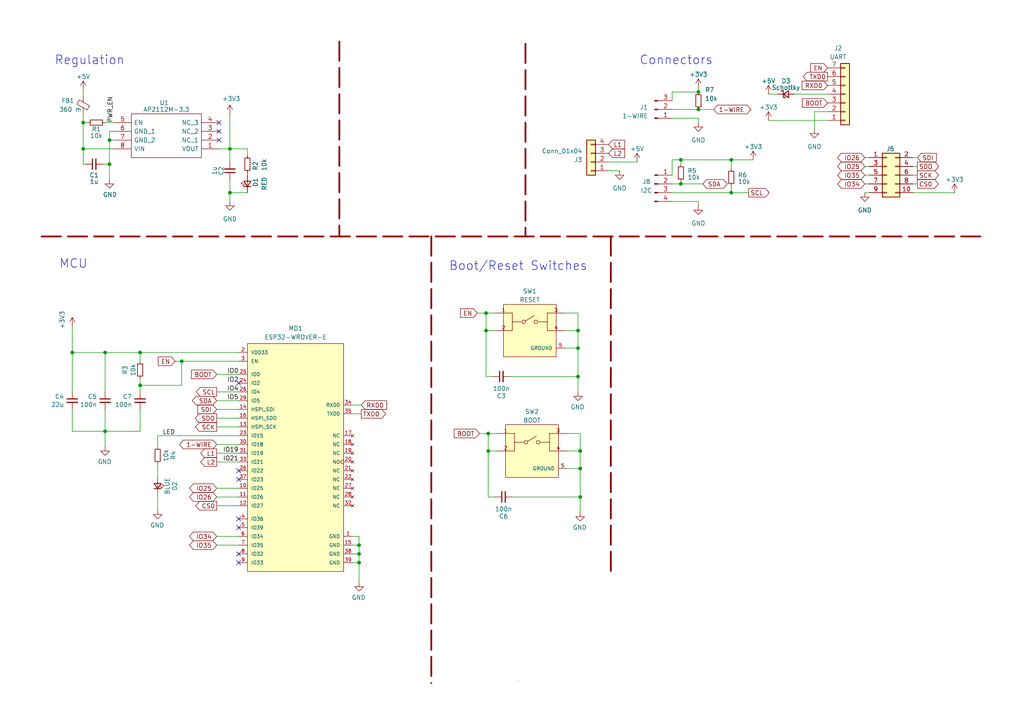
<source format=kicad_sch>
(kicad_sch (version 20210406) (generator eeschema)

  (uuid dcfb3f3d-2615-405e-b351-a32ac4e0bf3e)

  (paper "A4")

  (lib_symbols
    (symbol "Connector:Conn_01x03_Male" (pin_names (offset 1.016) hide) (in_bom yes) (on_board yes)
      (property "Reference" "J" (id 0) (at 0 5.08 0)
        (effects (font (size 1.27 1.27)))
      )
      (property "Value" "Conn_01x03_Male" (id 1) (at 0 -5.08 0)
        (effects (font (size 1.27 1.27)))
      )
      (property "Footprint" "" (id 2) (at 0 0 0)
        (effects (font (size 1.27 1.27)) hide)
      )
      (property "Datasheet" "~" (id 3) (at 0 0 0)
        (effects (font (size 1.27 1.27)) hide)
      )
      (property "ki_keywords" "connector" (id 4) (at 0 0 0)
        (effects (font (size 1.27 1.27)) hide)
      )
      (property "ki_description" "Generic connector, single row, 01x03, script generated (kicad-library-utils/schlib/autogen/connector/)" (id 5) (at 0 0 0)
        (effects (font (size 1.27 1.27)) hide)
      )
      (property "ki_fp_filters" "Connector*:*_1x??_*" (id 6) (at 0 0 0)
        (effects (font (size 1.27 1.27)) hide)
      )
      (symbol "Conn_01x03_Male_1_1"
        (rectangle (start 0.8636 -2.413) (end 0 -2.667)
          (stroke (width 0.1524)) (fill (type outline))
        )
        (rectangle (start 0.8636 0.127) (end 0 -0.127)
          (stroke (width 0.1524)) (fill (type outline))
        )
        (rectangle (start 0.8636 2.667) (end 0 2.413)
          (stroke (width 0.1524)) (fill (type outline))
        )
        (polyline
          (pts
            (xy 1.27 -2.54)
            (xy 0.8636 -2.54)
          )
          (stroke (width 0.1524)) (fill (type none))
        )
        (polyline
          (pts
            (xy 1.27 0)
            (xy 0.8636 0)
          )
          (stroke (width 0.1524)) (fill (type none))
        )
        (polyline
          (pts
            (xy 1.27 2.54)
            (xy 0.8636 2.54)
          )
          (stroke (width 0.1524)) (fill (type none))
        )
        (pin passive line (at 5.08 2.54 180) (length 3.81)
          (name "Pin_1" (effects (font (size 1.27 1.27))))
          (number "1" (effects (font (size 1.27 1.27))))
        )
        (pin passive line (at 5.08 0 180) (length 3.81)
          (name "Pin_2" (effects (font (size 1.27 1.27))))
          (number "2" (effects (font (size 1.27 1.27))))
        )
        (pin passive line (at 5.08 -2.54 180) (length 3.81)
          (name "Pin_3" (effects (font (size 1.27 1.27))))
          (number "3" (effects (font (size 1.27 1.27))))
        )
      )
    )
    (symbol "Connector:Conn_01x04_Male" (pin_names (offset 1.016) hide) (in_bom yes) (on_board yes)
      (property "Reference" "J" (id 0) (at 0 5.08 0)
        (effects (font (size 1.27 1.27)))
      )
      (property "Value" "Conn_01x04_Male" (id 1) (at 0 -7.62 0)
        (effects (font (size 1.27 1.27)))
      )
      (property "Footprint" "" (id 2) (at 0 0 0)
        (effects (font (size 1.27 1.27)) hide)
      )
      (property "Datasheet" "~" (id 3) (at 0 0 0)
        (effects (font (size 1.27 1.27)) hide)
      )
      (property "ki_keywords" "connector" (id 4) (at 0 0 0)
        (effects (font (size 1.27 1.27)) hide)
      )
      (property "ki_description" "Generic connector, single row, 01x04, script generated (kicad-library-utils/schlib/autogen/connector/)" (id 5) (at 0 0 0)
        (effects (font (size 1.27 1.27)) hide)
      )
      (property "ki_fp_filters" "Connector*:*_1x??_*" (id 6) (at 0 0 0)
        (effects (font (size 1.27 1.27)) hide)
      )
      (symbol "Conn_01x04_Male_1_1"
        (rectangle (start 0.8636 -4.953) (end 0 -5.207)
          (stroke (width 0.1524)) (fill (type outline))
        )
        (rectangle (start 0.8636 -2.413) (end 0 -2.667)
          (stroke (width 0.1524)) (fill (type outline))
        )
        (rectangle (start 0.8636 0.127) (end 0 -0.127)
          (stroke (width 0.1524)) (fill (type outline))
        )
        (rectangle (start 0.8636 2.667) (end 0 2.413)
          (stroke (width 0.1524)) (fill (type outline))
        )
        (polyline
          (pts
            (xy 1.27 -5.08)
            (xy 0.8636 -5.08)
          )
          (stroke (width 0.1524)) (fill (type none))
        )
        (polyline
          (pts
            (xy 1.27 -2.54)
            (xy 0.8636 -2.54)
          )
          (stroke (width 0.1524)) (fill (type none))
        )
        (polyline
          (pts
            (xy 1.27 0)
            (xy 0.8636 0)
          )
          (stroke (width 0.1524)) (fill (type none))
        )
        (polyline
          (pts
            (xy 1.27 2.54)
            (xy 0.8636 2.54)
          )
          (stroke (width 0.1524)) (fill (type none))
        )
        (pin passive line (at 5.08 2.54 180) (length 3.81)
          (name "Pin_1" (effects (font (size 1.27 1.27))))
          (number "1" (effects (font (size 1.27 1.27))))
        )
        (pin passive line (at 5.08 0 180) (length 3.81)
          (name "Pin_2" (effects (font (size 1.27 1.27))))
          (number "2" (effects (font (size 1.27 1.27))))
        )
        (pin passive line (at 5.08 -2.54 180) (length 3.81)
          (name "Pin_3" (effects (font (size 1.27 1.27))))
          (number "3" (effects (font (size 1.27 1.27))))
        )
        (pin passive line (at 5.08 -5.08 180) (length 3.81)
          (name "Pin_4" (effects (font (size 1.27 1.27))))
          (number "4" (effects (font (size 1.27 1.27))))
        )
      )
    )
    (symbol "Connector_Generic:Conn_01x04" (pin_names (offset 1.016) hide) (in_bom yes) (on_board yes)
      (property "Reference" "J" (id 0) (at 0 5.08 0)
        (effects (font (size 1.27 1.27)))
      )
      (property "Value" "Conn_01x04" (id 1) (at 0 -7.62 0)
        (effects (font (size 1.27 1.27)))
      )
      (property "Footprint" "" (id 2) (at 0 0 0)
        (effects (font (size 1.27 1.27)) hide)
      )
      (property "Datasheet" "~" (id 3) (at 0 0 0)
        (effects (font (size 1.27 1.27)) hide)
      )
      (property "ki_keywords" "connector" (id 4) (at 0 0 0)
        (effects (font (size 1.27 1.27)) hide)
      )
      (property "ki_description" "Generic connector, single row, 01x04, script generated (kicad-library-utils/schlib/autogen/connector/)" (id 5) (at 0 0 0)
        (effects (font (size 1.27 1.27)) hide)
      )
      (property "ki_fp_filters" "Connector*:*_1x??_*" (id 6) (at 0 0 0)
        (effects (font (size 1.27 1.27)) hide)
      )
      (symbol "Conn_01x04_1_1"
        (rectangle (start -1.27 -4.953) (end 0 -5.207)
          (stroke (width 0.1524)) (fill (type none))
        )
        (rectangle (start -1.27 -2.413) (end 0 -2.667)
          (stroke (width 0.1524)) (fill (type none))
        )
        (rectangle (start -1.27 0.127) (end 0 -0.127)
          (stroke (width 0.1524)) (fill (type none))
        )
        (rectangle (start -1.27 2.667) (end 0 2.413)
          (stroke (width 0.1524)) (fill (type none))
        )
        (rectangle (start -1.27 3.81) (end 1.27 -6.35)
          (stroke (width 0.254)) (fill (type background))
        )
        (pin passive line (at -5.08 2.54 0) (length 3.81)
          (name "Pin_1" (effects (font (size 1.27 1.27))))
          (number "1" (effects (font (size 1.27 1.27))))
        )
        (pin passive line (at -5.08 0 0) (length 3.81)
          (name "Pin_2" (effects (font (size 1.27 1.27))))
          (number "2" (effects (font (size 1.27 1.27))))
        )
        (pin passive line (at -5.08 -2.54 0) (length 3.81)
          (name "Pin_3" (effects (font (size 1.27 1.27))))
          (number "3" (effects (font (size 1.27 1.27))))
        )
        (pin passive line (at -5.08 -5.08 0) (length 3.81)
          (name "Pin_4" (effects (font (size 1.27 1.27))))
          (number "4" (effects (font (size 1.27 1.27))))
        )
      )
    )
    (symbol "Connector_Generic:Conn_01x07" (pin_names (offset 1.016) hide) (in_bom yes) (on_board yes)
      (property "Reference" "J" (id 0) (at 0 10.16 0)
        (effects (font (size 1.27 1.27)))
      )
      (property "Value" "Conn_01x07" (id 1) (at 0 -10.16 0)
        (effects (font (size 1.27 1.27)))
      )
      (property "Footprint" "" (id 2) (at 0 0 0)
        (effects (font (size 1.27 1.27)) hide)
      )
      (property "Datasheet" "~" (id 3) (at 0 0 0)
        (effects (font (size 1.27 1.27)) hide)
      )
      (property "ki_keywords" "connector" (id 4) (at 0 0 0)
        (effects (font (size 1.27 1.27)) hide)
      )
      (property "ki_description" "Generic connector, single row, 01x07, script generated (kicad-library-utils/schlib/autogen/connector/)" (id 5) (at 0 0 0)
        (effects (font (size 1.27 1.27)) hide)
      )
      (property "ki_fp_filters" "Connector*:*_1x??_*" (id 6) (at 0 0 0)
        (effects (font (size 1.27 1.27)) hide)
      )
      (symbol "Conn_01x07_1_1"
        (rectangle (start -1.27 -7.493) (end 0 -7.747)
          (stroke (width 0.1524)) (fill (type none))
        )
        (rectangle (start -1.27 -4.953) (end 0 -5.207)
          (stroke (width 0.1524)) (fill (type none))
        )
        (rectangle (start -1.27 -2.413) (end 0 -2.667)
          (stroke (width 0.1524)) (fill (type none))
        )
        (rectangle (start -1.27 0.127) (end 0 -0.127)
          (stroke (width 0.1524)) (fill (type none))
        )
        (rectangle (start -1.27 2.667) (end 0 2.413)
          (stroke (width 0.1524)) (fill (type none))
        )
        (rectangle (start -1.27 5.207) (end 0 4.953)
          (stroke (width 0.1524)) (fill (type none))
        )
        (rectangle (start -1.27 7.747) (end 0 7.493)
          (stroke (width 0.1524)) (fill (type none))
        )
        (rectangle (start -1.27 8.89) (end 1.27 -8.89)
          (stroke (width 0.254)) (fill (type background))
        )
        (pin passive line (at -5.08 7.62 0) (length 3.81)
          (name "Pin_1" (effects (font (size 1.27 1.27))))
          (number "1" (effects (font (size 1.27 1.27))))
        )
        (pin passive line (at -5.08 5.08 0) (length 3.81)
          (name "Pin_2" (effects (font (size 1.27 1.27))))
          (number "2" (effects (font (size 1.27 1.27))))
        )
        (pin passive line (at -5.08 2.54 0) (length 3.81)
          (name "Pin_3" (effects (font (size 1.27 1.27))))
          (number "3" (effects (font (size 1.27 1.27))))
        )
        (pin passive line (at -5.08 0 0) (length 3.81)
          (name "Pin_4" (effects (font (size 1.27 1.27))))
          (number "4" (effects (font (size 1.27 1.27))))
        )
        (pin passive line (at -5.08 -2.54 0) (length 3.81)
          (name "Pin_5" (effects (font (size 1.27 1.27))))
          (number "5" (effects (font (size 1.27 1.27))))
        )
        (pin passive line (at -5.08 -5.08 0) (length 3.81)
          (name "Pin_6" (effects (font (size 1.27 1.27))))
          (number "6" (effects (font (size 1.27 1.27))))
        )
        (pin passive line (at -5.08 -7.62 0) (length 3.81)
          (name "Pin_7" (effects (font (size 1.27 1.27))))
          (number "7" (effects (font (size 1.27 1.27))))
        )
      )
    )
    (symbol "Connector_Generic:Conn_02x05_Odd_Even" (pin_names (offset 1.016) hide) (in_bom yes) (on_board yes)
      (property "Reference" "J" (id 0) (at 1.27 7.62 0)
        (effects (font (size 1.27 1.27)))
      )
      (property "Value" "Conn_02x05_Odd_Even" (id 1) (at 1.27 -7.62 0)
        (effects (font (size 1.27 1.27)))
      )
      (property "Footprint" "" (id 2) (at 0 0 0)
        (effects (font (size 1.27 1.27)) hide)
      )
      (property "Datasheet" "~" (id 3) (at 0 0 0)
        (effects (font (size 1.27 1.27)) hide)
      )
      (property "ki_keywords" "connector" (id 4) (at 0 0 0)
        (effects (font (size 1.27 1.27)) hide)
      )
      (property "ki_description" "Generic connector, double row, 02x05, odd/even pin numbering scheme (row 1 odd numbers, row 2 even numbers), script generated (kicad-library-utils/schlib/autogen/connector/)" (id 5) (at 0 0 0)
        (effects (font (size 1.27 1.27)) hide)
      )
      (property "ki_fp_filters" "Connector*:*_2x??_*" (id 6) (at 0 0 0)
        (effects (font (size 1.27 1.27)) hide)
      )
      (symbol "Conn_02x05_Odd_Even_1_1"
        (rectangle (start -1.27 -4.953) (end 0 -5.207)
          (stroke (width 0.1524)) (fill (type none))
        )
        (rectangle (start -1.27 -2.413) (end 0 -2.667)
          (stroke (width 0.1524)) (fill (type none))
        )
        (rectangle (start -1.27 0.127) (end 0 -0.127)
          (stroke (width 0.1524)) (fill (type none))
        )
        (rectangle (start -1.27 2.667) (end 0 2.413)
          (stroke (width 0.1524)) (fill (type none))
        )
        (rectangle (start -1.27 5.207) (end 0 4.953)
          (stroke (width 0.1524)) (fill (type none))
        )
        (rectangle (start 3.81 -4.953) (end 2.54 -5.207)
          (stroke (width 0.1524)) (fill (type none))
        )
        (rectangle (start 3.81 -2.413) (end 2.54 -2.667)
          (stroke (width 0.1524)) (fill (type none))
        )
        (rectangle (start 3.81 0.127) (end 2.54 -0.127)
          (stroke (width 0.1524)) (fill (type none))
        )
        (rectangle (start 3.81 2.667) (end 2.54 2.413)
          (stroke (width 0.1524)) (fill (type none))
        )
        (rectangle (start 3.81 5.207) (end 2.54 4.953)
          (stroke (width 0.1524)) (fill (type none))
        )
        (rectangle (start -1.27 6.35) (end 3.81 -6.35)
          (stroke (width 0.254)) (fill (type background))
        )
        (pin passive line (at -5.08 5.08 0) (length 3.81)
          (name "Pin_1" (effects (font (size 1.27 1.27))))
          (number "1" (effects (font (size 1.27 1.27))))
        )
        (pin passive line (at 7.62 -5.08 180) (length 3.81)
          (name "Pin_10" (effects (font (size 1.27 1.27))))
          (number "10" (effects (font (size 1.27 1.27))))
        )
        (pin passive line (at 7.62 5.08 180) (length 3.81)
          (name "Pin_2" (effects (font (size 1.27 1.27))))
          (number "2" (effects (font (size 1.27 1.27))))
        )
        (pin passive line (at -5.08 2.54 0) (length 3.81)
          (name "Pin_3" (effects (font (size 1.27 1.27))))
          (number "3" (effects (font (size 1.27 1.27))))
        )
        (pin passive line (at 7.62 2.54 180) (length 3.81)
          (name "Pin_4" (effects (font (size 1.27 1.27))))
          (number "4" (effects (font (size 1.27 1.27))))
        )
        (pin passive line (at -5.08 0 0) (length 3.81)
          (name "Pin_5" (effects (font (size 1.27 1.27))))
          (number "5" (effects (font (size 1.27 1.27))))
        )
        (pin passive line (at 7.62 0 180) (length 3.81)
          (name "Pin_6" (effects (font (size 1.27 1.27))))
          (number "6" (effects (font (size 1.27 1.27))))
        )
        (pin passive line (at -5.08 -2.54 0) (length 3.81)
          (name "Pin_7" (effects (font (size 1.27 1.27))))
          (number "7" (effects (font (size 1.27 1.27))))
        )
        (pin passive line (at 7.62 -2.54 180) (length 3.81)
          (name "Pin_8" (effects (font (size 1.27 1.27))))
          (number "8" (effects (font (size 1.27 1.27))))
        )
        (pin passive line (at -5.08 -5.08 0) (length 3.81)
          (name "Pin_9" (effects (font (size 1.27 1.27))))
          (number "9" (effects (font (size 1.27 1.27))))
        )
      )
    )
    (symbol "Device:C_Small" (pin_numbers hide) (pin_names (offset 0.254) hide) (in_bom yes) (on_board yes)
      (property "Reference" "C" (id 0) (at 0.254 1.778 0)
        (effects (font (size 1.27 1.27)) (justify left))
      )
      (property "Value" "C_Small" (id 1) (at 0.254 -2.032 0)
        (effects (font (size 1.27 1.27)) (justify left))
      )
      (property "Footprint" "" (id 2) (at 0 0 0)
        (effects (font (size 1.27 1.27)) hide)
      )
      (property "Datasheet" "~" (id 3) (at 0 0 0)
        (effects (font (size 1.27 1.27)) hide)
      )
      (property "ki_keywords" "capacitor cap" (id 4) (at 0 0 0)
        (effects (font (size 1.27 1.27)) hide)
      )
      (property "ki_description" "Unpolarized capacitor, small symbol" (id 5) (at 0 0 0)
        (effects (font (size 1.27 1.27)) hide)
      )
      (property "ki_fp_filters" "C_*" (id 6) (at 0 0 0)
        (effects (font (size 1.27 1.27)) hide)
      )
      (symbol "C_Small_0_1"
        (polyline
          (pts
            (xy -1.524 -0.508)
            (xy 1.524 -0.508)
          )
          (stroke (width 0.3302)) (fill (type none))
        )
        (polyline
          (pts
            (xy -1.524 0.508)
            (xy 1.524 0.508)
          )
          (stroke (width 0.3048)) (fill (type none))
        )
      )
      (symbol "C_Small_1_1"
        (pin passive line (at 0 2.54 270) (length 2.032)
          (name "~" (effects (font (size 1.27 1.27))))
          (number "1" (effects (font (size 1.27 1.27))))
        )
        (pin passive line (at 0 -2.54 90) (length 2.032)
          (name "~" (effects (font (size 1.27 1.27))))
          (number "2" (effects (font (size 1.27 1.27))))
        )
      )
    )
    (symbol "Device:D_Schottky_Small" (pin_numbers hide) (pin_names (offset 0.254) hide) (in_bom yes) (on_board yes)
      (property "Reference" "D" (id 0) (at -1.27 2.032 0)
        (effects (font (size 1.27 1.27)) (justify left))
      )
      (property "Value" "D_Schottky_Small" (id 1) (at -7.112 -2.032 0)
        (effects (font (size 1.27 1.27)) (justify left))
      )
      (property "Footprint" "" (id 2) (at 0 0 90)
        (effects (font (size 1.27 1.27)) hide)
      )
      (property "Datasheet" "~" (id 3) (at 0 0 90)
        (effects (font (size 1.27 1.27)) hide)
      )
      (property "ki_keywords" "diode Schottky" (id 4) (at 0 0 0)
        (effects (font (size 1.27 1.27)) hide)
      )
      (property "ki_description" "Schottky diode, small symbol" (id 5) (at 0 0 0)
        (effects (font (size 1.27 1.27)) hide)
      )
      (property "ki_fp_filters" "TO-???* *_Diode_* *SingleDiode* D_*" (id 6) (at 0 0 0)
        (effects (font (size 1.27 1.27)) hide)
      )
      (symbol "D_Schottky_Small_0_1"
        (polyline
          (pts
            (xy -0.762 0)
            (xy 0.762 0)
          )
          (stroke (width 0)) (fill (type none))
        )
        (polyline
          (pts
            (xy 0.762 -1.016)
            (xy -0.762 0)
            (xy 0.762 1.016)
            (xy 0.762 -1.016)
          )
          (stroke (width 0.254)) (fill (type none))
        )
        (polyline
          (pts
            (xy -1.27 0.762)
            (xy -1.27 1.016)
            (xy -0.762 1.016)
            (xy -0.762 -1.016)
            (xy -0.254 -1.016)
            (xy -0.254 -0.762)
          )
          (stroke (width 0.254)) (fill (type none))
        )
      )
      (symbol "D_Schottky_Small_1_1"
        (pin passive line (at -2.54 0 0) (length 1.778)
          (name "K" (effects (font (size 1.27 1.27))))
          (number "1" (effects (font (size 1.27 1.27))))
        )
        (pin passive line (at 2.54 0 180) (length 1.778)
          (name "A" (effects (font (size 1.27 1.27))))
          (number "2" (effects (font (size 1.27 1.27))))
        )
      )
    )
    (symbol "Device:FerriteBead_Small" (pin_numbers hide) (pin_names (offset 0)) (in_bom yes) (on_board yes)
      (property "Reference" "FB" (id 0) (at 1.905 1.27 0)
        (effects (font (size 1.27 1.27)) (justify left))
      )
      (property "Value" "FerriteBead_Small" (id 1) (at 1.905 -1.27 0)
        (effects (font (size 1.27 1.27)) (justify left))
      )
      (property "Footprint" "" (id 2) (at -1.778 0 90)
        (effects (font (size 1.27 1.27)) hide)
      )
      (property "Datasheet" "~" (id 3) (at 0 0 0)
        (effects (font (size 1.27 1.27)) hide)
      )
      (property "ki_keywords" "L ferrite bead inductor filter" (id 4) (at 0 0 0)
        (effects (font (size 1.27 1.27)) hide)
      )
      (property "ki_description" "Ferrite bead, small symbol" (id 5) (at 0 0 0)
        (effects (font (size 1.27 1.27)) hide)
      )
      (property "ki_fp_filters" "Inductor_* L_* *Ferrite*" (id 6) (at 0 0 0)
        (effects (font (size 1.27 1.27)) hide)
      )
      (symbol "FerriteBead_Small_0_1"
        (polyline
          (pts
            (xy 0 -1.27)
            (xy 0 -0.7874)
          )
          (stroke (width 0)) (fill (type none))
        )
        (polyline
          (pts
            (xy 0 0.889)
            (xy 0 1.2954)
          )
          (stroke (width 0)) (fill (type none))
        )
        (polyline
          (pts
            (xy -1.8288 0.2794)
            (xy -1.1176 1.4986)
            (xy 1.8288 -0.2032)
            (xy 1.1176 -1.4224)
            (xy -1.8288 0.2794)
          )
          (stroke (width 0)) (fill (type none))
        )
      )
      (symbol "FerriteBead_Small_1_1"
        (pin passive line (at 0 2.54 270) (length 1.27)
          (name "~" (effects (font (size 1.27 1.27))))
          (number "1" (effects (font (size 1.27 1.27))))
        )
        (pin passive line (at 0 -2.54 90) (length 1.27)
          (name "~" (effects (font (size 1.27 1.27))))
          (number "2" (effects (font (size 1.27 1.27))))
        )
      )
    )
    (symbol "Device:LED_Small" (pin_numbers hide) (pin_names (offset 0.254) hide) (in_bom yes) (on_board yes)
      (property "Reference" "D" (id 0) (at -1.27 3.175 0)
        (effects (font (size 1.27 1.27)) (justify left))
      )
      (property "Value" "LED_Small" (id 1) (at -4.445 -2.54 0)
        (effects (font (size 1.27 1.27)) (justify left))
      )
      (property "Footprint" "" (id 2) (at 0 0 90)
        (effects (font (size 1.27 1.27)) hide)
      )
      (property "Datasheet" "~" (id 3) (at 0 0 90)
        (effects (font (size 1.27 1.27)) hide)
      )
      (property "ki_keywords" "LED diode light-emitting-diode" (id 4) (at 0 0 0)
        (effects (font (size 1.27 1.27)) hide)
      )
      (property "ki_description" "Light emitting diode, small symbol" (id 5) (at 0 0 0)
        (effects (font (size 1.27 1.27)) hide)
      )
      (property "ki_fp_filters" "LED* LED_SMD:* LED_THT:*" (id 6) (at 0 0 0)
        (effects (font (size 1.27 1.27)) hide)
      )
      (symbol "LED_Small_0_1"
        (polyline
          (pts
            (xy -0.762 -1.016)
            (xy -0.762 1.016)
          )
          (stroke (width 0.254)) (fill (type none))
        )
        (polyline
          (pts
            (xy 1.016 0)
            (xy -0.762 0)
          )
          (stroke (width 0)) (fill (type none))
        )
        (polyline
          (pts
            (xy 0.762 -1.016)
            (xy -0.762 0)
            (xy 0.762 1.016)
            (xy 0.762 -1.016)
          )
          (stroke (width 0.254)) (fill (type none))
        )
        (polyline
          (pts
            (xy 0 0.762)
            (xy -0.508 1.27)
            (xy -0.254 1.27)
            (xy -0.508 1.27)
            (xy -0.508 1.016)
          )
          (stroke (width 0)) (fill (type none))
        )
        (polyline
          (pts
            (xy 0.508 1.27)
            (xy 0 1.778)
            (xy 0.254 1.778)
            (xy 0 1.778)
            (xy 0 1.524)
          )
          (stroke (width 0)) (fill (type none))
        )
      )
      (symbol "LED_Small_1_1"
        (pin passive line (at -2.54 0 0) (length 1.778)
          (name "K" (effects (font (size 1.27 1.27))))
          (number "1" (effects (font (size 1.27 1.27))))
        )
        (pin passive line (at 2.54 0 180) (length 1.778)
          (name "A" (effects (font (size 1.27 1.27))))
          (number "2" (effects (font (size 1.27 1.27))))
        )
      )
    )
    (symbol "Device:R_Small" (pin_numbers hide) (pin_names (offset 0.254) hide) (in_bom yes) (on_board yes)
      (property "Reference" "R" (id 0) (at 0.762 0.508 0)
        (effects (font (size 1.27 1.27)) (justify left))
      )
      (property "Value" "R_Small" (id 1) (at 0.762 -1.016 0)
        (effects (font (size 1.27 1.27)) (justify left))
      )
      (property "Footprint" "" (id 2) (at 0 0 0)
        (effects (font (size 1.27 1.27)) hide)
      )
      (property "Datasheet" "~" (id 3) (at 0 0 0)
        (effects (font (size 1.27 1.27)) hide)
      )
      (property "ki_keywords" "R resistor" (id 4) (at 0 0 0)
        (effects (font (size 1.27 1.27)) hide)
      )
      (property "ki_description" "Resistor, small symbol" (id 5) (at 0 0 0)
        (effects (font (size 1.27 1.27)) hide)
      )
      (property "ki_fp_filters" "R_*" (id 6) (at 0 0 0)
        (effects (font (size 1.27 1.27)) hide)
      )
      (symbol "R_Small_0_1"
        (rectangle (start -0.762 1.778) (end 0.762 -1.778)
          (stroke (width 0.2032)) (fill (type none))
        )
      )
      (symbol "R_Small_1_1"
        (pin passive line (at 0 2.54 270) (length 0.762)
          (name "~" (effects (font (size 1.27 1.27))))
          (number "1" (effects (font (size 1.27 1.27))))
        )
        (pin passive line (at 0 -2.54 90) (length 0.762)
          (name "~" (effects (font (size 1.27 1.27))))
          (number "2" (effects (font (size 1.27 1.27))))
        )
      )
    )
    (symbol "Reptile_Monitor:ESP32-WROVER-E" (pin_names (offset 1.016)) (in_bom yes) (on_board yes)
      (property "Reference" "MD" (id 0) (at 0 3.81 0)
        (effects (font (size 1.27 1.27)) (justify left))
      )
      (property "Value" "ESP32-WROVER-E" (id 1) (at 0 6.35 0)
        (effects (font (size 1.27 1.27)) (justify left))
      )
      (property "Footprint" "reptile-monitor:Espressif_Systems-ESP32-WROVER-0-0-MFG" (id 2) (at 0 10.16 0)
        (effects (font (size 1.27 1.27)) (justify left) hide)
      )
      (property "Datasheet" "https://www.espressif.com/sites/default/files/documentation/esp32-wrover-e_esp32-wrover-ie_datasheet_en.pdf" (id 3) (at 0 12.7 0)
        (effects (font (size 1.27 1.27)) (justify left) hide)
      )
      (property "Chip Datasheet" "https://www.espressif.com/sites/default/files/documentation/esp32_datasheet_en.pdf" (id 4) (at 0 15.24 0)
        (effects (font (size 1.27 1.27)) (justify left) hide)
      )
      (property "Technical Reference Manual" "https://www.espressif.com/sites/default/files/documentation/esp32_technical_reference_manual_en.pdf" (id 5) (at 0 17.78 0)
        (effects (font (size 1.27 1.27)) (justify left) hide)
      )
      (property "automotive" "No" (id 6) (at 0 24.13 0)
        (effects (font (size 1.27 1.27)) (justify left) hide)
      )
      (property "bandwidth" "0.1GHz" (id 7) (at 0 26.67 0)
        (effects (font (size 1.27 1.27)) (justify left) hide)
      )
      (property "category" "UNK" (id 8) (at 0 29.21 0)
        (effects (font (size 1.27 1.27)) (justify left) hide)
      )
      (property "data rate" "150Mbits/s" (id 9) (at 0 31.75 0)
        (effects (font (size 1.27 1.27)) (justify left) hide)
      )
      (property "device class L1" "Integrated Circuits (ICs)" (id 10) (at 0 34.29 0)
        (effects (font (size 1.27 1.27)) (justify left) hide)
      )
      (property "device class L2" "RF Semiconductors and Devices" (id 11) (at 0 36.83 0)
        (effects (font (size 1.27 1.27)) (justify left) hide)
      )
      (property "device class L3" "Transceivers" (id 12) (at 0 39.37 0)
        (effects (font (size 1.27 1.27)) (justify left) hide)
      )
      (property "digikey description" "SMD MODULE, ESP32-D0WDQ6, 32MBIT" (id 13) (at 0 41.91 0)
        (effects (font (size 1.27 1.27)) (justify left) hide)
      )
      (property "digikey part number" "1904-1007-1-ND" (id 14) (at 0 44.45 0)
        (effects (font (size 1.27 1.27)) (justify left) hide)
      )
      (property "height" "3.4mm" (id 15) (at 0 46.99 0)
        (effects (font (size 1.27 1.27)) (justify left) hide)
      )
      (property "interface" "I2C,SPI,UART,I2S,Other" (id 16) (at 0 49.53 0)
        (effects (font (size 1.27 1.27)) (justify left) hide)
      )
      (property "lead free" "Yes" (id 17) (at 0 52.07 0)
        (effects (font (size 1.27 1.27)) (justify left) hide)
      )
      (property "library id" "d22c16e16cd6265d" (id 18) (at 0 54.61 0)
        (effects (font (size 1.27 1.27)) (justify left) hide)
      )
      (property "manufacturer" "Espressif Systems" (id 19) (at 0 57.15 0)
        (effects (font (size 1.27 1.27)) (justify left) hide)
      )
      (property "max frequency" "2.5GHz" (id 20) (at 0 59.69 0)
        (effects (font (size 1.27 1.27)) (justify left) hide)
      )
      (property "max supply voltage" "3.6V" (id 21) (at 0 62.23 0)
        (effects (font (size 1.27 1.27)) (justify left) hide)
      )
      (property "min supply voltage" "2.3V" (id 22) (at 0 64.77 0)
        (effects (font (size 1.27 1.27)) (justify left) hide)
      )
      (property "mouser description" "Bluetooth and Wi-Fi Module 2.4GHz to 2.5GHz 2.3V to 3.6V 38-Pin SMD Module" (id 23) (at 0 67.31 0)
        (effects (font (size 1.27 1.27)) (justify left) hide)
      )
      (property "mouser part number" "356-ESP32-WROVER" (id 24) (at 0 69.85 0)
        (effects (font (size 1.27 1.27)) (justify left) hide)
      )
      (property "nominal supply current" "80mA" (id 25) (at 0 72.39 0)
        (effects (font (size 1.27 1.27)) (justify left) hide)
      )
      (property "number of ADC channels" "16" (id 26) (at 0 74.93 0)
        (effects (font (size 1.27 1.27)) (justify left) hide)
      )
      (property "number of GPIO" "20" (id 27) (at 0 77.47 0)
        (effects (font (size 1.27 1.27)) (justify left) hide)
      )
      (property "package" "SMD_MODULE_38" (id 28) (at 0 80.01 0)
        (effects (font (size 1.27 1.27)) (justify left) hide)
      )
      (property "rohs" "Yes" (id 29) (at 0 82.55 0)
        (effects (font (size 1.27 1.27)) (justify left) hide)
      )
      (property "sensitivity" "-98dBm" (id 30) (at 0 85.09 0)
        (effects (font (size 1.27 1.27)) (justify left) hide)
      )
      (property "temperature range high" "+85°C" (id 31) (at 0 87.63 0)
        (effects (font (size 1.27 1.27)) (justify left) hide)
      )
      (property "temperature range low" "-40°C" (id 32) (at 0 90.17 0)
        (effects (font (size 1.27 1.27)) (justify left) hide)
      )
      (property "ki_fp_filters" "Espressif_Systems-ESP32-WROVER*" (id 33) (at 0 0 0)
        (effects (font (size 1.27 1.27)) hide)
      )
      (symbol "ESP32-WROVER-E_1_1"
        (rectangle (start 5.08 2.54) (end 33.02 -63.5)
          (stroke (width 0)) (fill (type background))
        )
        (pin power_in line (at 35.56 -53.34 180) (length 2.54)
          (name "GND" (effects (font (size 1.016 1.016))))
          (number "1" (effects (font (size 1.016 1.016))))
        )
        (pin bidirectional line (at 2.54 -39.37 0) (length 2.54)
          (name "IO25" (effects (font (size 1.016 1.016))))
          (number "10" (effects (font (size 1.016 1.016))))
        )
        (pin bidirectional line (at 2.54 -41.91 0) (length 2.54)
          (name "IO26" (effects (font (size 1.016 1.016))))
          (number "11" (effects (font (size 1.016 1.016))))
        )
        (pin bidirectional line (at 2.54 -44.45 0) (length 2.54)
          (name "IO27" (effects (font (size 1.016 1.016))))
          (number "12" (effects (font (size 1.016 1.016))))
        )
        (pin bidirectional line (at 2.54 -21.59 0) (length 2.54)
          (name "IO14" (effects (font (size 1.016 1.016))))
          (number "13" (effects (font (size 1.016 1.016))))
          (alternate "ADC2_CH6" input line)
          (alternate "ETH_TXD2" bidirectional line)
          (alternate "HS2_CLK" bidirectional line)
          (alternate "HSPI_SCK" bidirectional line)
          (alternate "MTMS" bidirectional line)
          (alternate "RTC_IO16" bidirectional line)
          (alternate "SD_CLK" bidirectional line)
          (alternate "TOUCH6" bidirectional line)
        )
        (pin bidirectional line (at 2.54 -16.51 0) (length 2.54)
          (name "IO12" (effects (font (size 1.016 1.016))))
          (number "14" (effects (font (size 1.016 1.016))))
          (alternate "ADC2_CH5" input line)
          (alternate "ETH_TXD3" bidirectional line)
          (alternate "HS2_DATA2" bidirectional line)
          (alternate "HSPIQ" input line)
          (alternate "HSPI_MISO" input line)
          (alternate "HSPI_SDI" input line)
          (alternate "MTDI" bidirectional line)
          (alternate "RTC_IO15" bidirectional line)
          (alternate "SD_DATA2" bidirectional line)
          (alternate "TOUCH5" input line)
        )
        (pin power_in line (at 35.56 -55.88 180) (length 2.54)
          (name "GND" (effects (font (size 1.016 1.016))))
          (number "15" (effects (font (size 1.016 1.016))))
        )
        (pin bidirectional line (at 2.54 -19.05 0) (length 2.54)
          (name "IO13" (effects (font (size 1.016 1.016))))
          (number "16" (effects (font (size 1.016 1.016))))
          (alternate "ADC2_CH4" input line)
          (alternate "ETH_RX_ER" bidirectional line)
          (alternate "HS2_DATA3" bidirectional line)
          (alternate "HSPID" bidirectional line)
          (alternate "HSPI_MOSI" output line)
          (alternate "HSPI_SDO" output line)
          (alternate "MTCK" bidirectional line)
          (alternate "RTC_IO14" bidirectional line)
          (alternate "SD_DATA3" bidirectional line)
          (alternate "TOUCH4" input line)
        )
        (pin no_connect line (at 35.56 -24.13 180) (length 2.54)
          (name "NC" (effects (font (size 1.016 1.016))))
          (number "17" (effects (font (size 1.016 1.016))))
        )
        (pin no_connect line (at 35.56 -26.67 180) (length 2.54)
          (name "NC" (effects (font (size 1.016 1.016))))
          (number "18" (effects (font (size 1.016 1.016))))
        )
        (pin no_connect line (at 35.56 -29.21 180) (length 2.54)
          (name "NC" (effects (font (size 1.016 1.016))))
          (number "19" (effects (font (size 1.016 1.016))))
        )
        (pin power_in line (at 2.54 0 0) (length 2.54)
          (name "VDD33" (effects (font (size 1.016 1.016))))
          (number "2" (effects (font (size 1.016 1.016))))
        )
        (pin no_connect clock (at 35.56 -31.75 180) (length 2.54)
          (name "NC" (effects (font (size 1.016 1.016))))
          (number "20" (effects (font (size 1.016 1.016))))
        )
        (pin no_connect line (at 35.56 -34.29 180) (length 2.54)
          (name "NC" (effects (font (size 1.016 1.016))))
          (number "21" (effects (font (size 1.016 1.016))))
        )
        (pin no_connect line (at 35.56 -36.83 180) (length 2.54)
          (name "NC" (effects (font (size 1.016 1.016))))
          (number "22" (effects (font (size 1.016 1.016))))
        )
        (pin bidirectional line (at 2.54 -24.13 0) (length 2.54)
          (name "IO15" (effects (font (size 1.016 1.016))))
          (number "23" (effects (font (size 1.016 1.016))))
          (alternate "ADC2_CH3" input line)
          (alternate "ETH_RXD3" bidirectional line)
          (alternate "HS2_CMD" bidirectional line)
          (alternate "HSPIS0" bidirectional line)
          (alternate "HSPI_CS0" bidirectional line)
          (alternate "MTDO" bidirectional line)
          (alternate "RTC_IO13" bidirectional line)
          (alternate "SD_CMD" bidirectional line)
          (alternate "TOUCH3" bidirectional line)
        )
        (pin bidirectional line (at 2.54 -8.89 0) (length 2.54)
          (name "IO2" (effects (font (size 1.016 1.016))))
          (number "24" (effects (font (size 1.016 1.016))))
          (alternate "ADC2_CH2" input line)
          (alternate "HS2_DATA0" bidirectional line)
          (alternate "HSPIWP" bidirectional line)
          (alternate "RTC_IO12" bidirectional line)
          (alternate "SD_DATA0" bidirectional line)
          (alternate "TOUCH2" bidirectional line)
        )
        (pin bidirectional line (at 2.54 -6.35 0) (length 2.54)
          (name "IO0" (effects (font (size 1.016 1.016))))
          (number "25" (effects (font (size 1.016 1.016))))
          (alternate "ADC1_CH1" input line)
          (alternate "CLK_OUT1" output line)
          (alternate "ETH_TX_CLK" bidirectional line)
          (alternate "RTC_IO11" bidirectional line)
          (alternate "TOUCH1" bidirectional line)
        )
        (pin bidirectional line (at 2.54 -11.43 0) (length 2.54)
          (name "IO4" (effects (font (size 1.016 1.016))))
          (number "26" (effects (font (size 1.016 1.016))))
          (alternate "ADC2_CH0" input line)
          (alternate "ETH_TX_ER" bidirectional line)
          (alternate "HSPIHD" bidirectional line)
          (alternate "HS_DATA1" bidirectional line)
          (alternate "RTC_IO10" bidirectional line)
          (alternate "SD_DATA1" bidirectional line)
          (alternate "TOUCH0" bidirectional line)
        )
        (pin no_connect line (at 35.56 -39.37 180) (length 2.54)
          (name "NC" (effects (font (size 1.016 1.016))))
          (number "27" (effects (font (size 1.016 1.016))))
        )
        (pin no_connect line (at 35.56 -41.91 180) (length 2.54)
          (name "NC" (effects (font (size 1.016 1.016))))
          (number "28" (effects (font (size 1.016 1.016))))
        )
        (pin bidirectional line (at 2.54 -13.97 0) (length 2.54)
          (name "IO5" (effects (font (size 1.016 1.016))))
          (number "29" (effects (font (size 1.016 1.016))))
          (alternate "ETH_RX_CLK" bidirectional line)
          (alternate "HS1_DATA6" bidirectional line)
          (alternate "VSPIS0" bidirectional line)
        )
        (pin input line (at 2.54 -2.54 0) (length 2.54)
          (name "EN" (effects (font (size 1.016 1.016))))
          (number "3" (effects (font (size 1.016 1.016))))
        )
        (pin bidirectional line (at 2.54 -26.67 0) (length 2.54)
          (name "IO18" (effects (font (size 1.016 1.016))))
          (number "30" (effects (font (size 1.016 1.016))))
        )
        (pin bidirectional line (at 2.54 -29.21 0) (length 2.54)
          (name "IO19" (effects (font (size 1.016 1.016))))
          (number "31" (effects (font (size 1.016 1.016))))
        )
        (pin no_connect line (at 35.56 -44.45 180) (length 2.54)
          (name "NC" (effects (font (size 1.016 1.016))))
          (number "32" (effects (font (size 1.016 1.016))))
        )
        (pin bidirectional line (at 2.54 -31.75 0) (length 2.54)
          (name "IO21" (effects (font (size 1.016 1.016))))
          (number "33" (effects (font (size 1.016 1.016))))
        )
        (pin input line (at 35.56 -15.24 180) (length 2.54)
          (name "RXD0" (effects (font (size 1.016 1.016))))
          (number "34" (effects (font (size 1.016 1.016))))
        )
        (pin output line (at 35.56 -17.78 180) (length 2.54)
          (name "TXD0" (effects (font (size 1.016 1.016))))
          (number "35" (effects (font (size 1.016 1.016))))
        )
        (pin bidirectional line (at 2.54 -34.29 0) (length 2.54)
          (name "IO22" (effects (font (size 1.016 1.016))))
          (number "36" (effects (font (size 1.016 1.016))))
        )
        (pin bidirectional line (at 2.54 -36.83 0) (length 2.54)
          (name "IO23" (effects (font (size 1.016 1.016))))
          (number "37" (effects (font (size 1.016 1.016))))
        )
        (pin power_in line (at 35.56 -58.42 180) (length 2.54)
          (name "GND" (effects (font (size 1.016 1.016))))
          (number "38" (effects (font (size 1.016 1.016))))
        )
        (pin power_in line (at 35.56 -60.96 180) (length 2.54)
          (name "GND" (effects (font (size 1.016 1.016))))
          (number "39" (effects (font (size 1.016 1.016))))
        )
        (pin bidirectional line (at 2.54 -48.26 0) (length 2.54)
          (name "IO36" (effects (font (size 1.016 1.016))))
          (number "4" (effects (font (size 1.016 1.016))))
          (alternate "ADC1_CH0" input line)
          (alternate "RTC_IO0" bidirectional line)
          (alternate "SENSOR_VP" bidirectional line)
        )
        (pin bidirectional line (at 2.54 -50.8 0) (length 2.54)
          (name "IO39" (effects (font (size 1.016 1.016))))
          (number "5" (effects (font (size 1.016 1.016))))
          (alternate "ADC1_CH3" input line)
          (alternate "RTC_IO3" bidirectional line)
          (alternate "SENSOR_VN" bidirectional line)
        )
        (pin bidirectional line (at 2.54 -53.34 0) (length 2.54)
          (name "IO34" (effects (font (size 1.016 1.016))))
          (number "6" (effects (font (size 1.016 1.016))))
          (alternate "ADC1_CH6" input line)
          (alternate "RTC_GPIO4" bidirectional line)
        )
        (pin bidirectional line (at 2.54 -55.88 0) (length 2.54)
          (name "IO35" (effects (font (size 1.016 1.016))))
          (number "7" (effects (font (size 1.016 1.016))))
        )
        (pin bidirectional line (at 2.54 -58.42 0) (length 2.54)
          (name "IO32" (effects (font (size 1.016 1.016))))
          (number "8" (effects (font (size 1.016 1.016))))
          (alternate "XTAL_32K_P" bidirectional clock)
        )
        (pin bidirectional line (at 2.54 -60.96 0) (length 2.54)
          (name "IO33" (effects (font (size 1.016 1.016))))
          (number "9" (effects (font (size 1.016 1.016))))
          (alternate "XTAL_32K_N" bidirectional clock)
        )
      )
    )
    (symbol "Reptile_Monitor:KMR221GLFS" (pin_names (offset 1.016)) (in_bom yes) (on_board yes)
      (property "Reference" "SW" (id 0) (at 0 5.08 0)
        (effects (font (size 1.27 1.27)) (justify left))
      )
      (property "Value" "KMR221GLFS" (id 1) (at 0 7.62 0)
        (effects (font (size 1.27 1.27)) (justify left))
      )
      (property "Footprint" "reptile-monitor:CK-KMR221GLFS-MFG" (id 2) (at 0 10.16 0)
        (effects (font (size 1.27 1.27)) (justify left) hide)
      )
      (property "Datasheet" "https://www.ckswitches.com/media/1479/kmr2.pdf" (id 3) (at 0 12.7 0)
        (effects (font (size 1.27 1.27)) (justify left) hide)
      )
      (property "automotive" "No" (id 4) (at 0 15.24 0)
        (effects (font (size 1.27 1.27)) (justify left) hide)
      )
      (property "category" "Switch" (id 5) (at 0 17.78 0)
        (effects (font (size 1.27 1.27)) (justify left) hide)
      )
      (property "contact current rating" "50mA" (id 6) (at 0 20.32 0)
        (effects (font (size 1.27 1.27)) (justify left) hide)
      )
      (property "contact resistance" "100mΩ" (id 7) (at 0 22.86 0)
        (effects (font (size 1.27 1.27)) (justify left) hide)
      )
      (property "device class L1" "Electromechanical" (id 8) (at 0 25.4 0)
        (effects (font (size 1.27 1.27)) (justify left) hide)
      )
      (property "device class L2" "Switches" (id 9) (at 0 27.94 0)
        (effects (font (size 1.27 1.27)) (justify left) hide)
      )
      (property "device class L3" "Tactile Switches" (id 10) (at 0 30.48 0)
        (effects (font (size 1.27 1.27)) (justify left) hide)
      )
      (property "digikey description" "SWITCH TACTILE SPST-NO 0.05A 32V" (id 11) (at 0 33.02 0)
        (effects (font (size 1.27 1.27)) (justify left) hide)
      )
      (property "digikey part number" "401-1427-1-ND" (id 12) (at 0 35.56 0)
        (effects (font (size 1.27 1.27)) (justify left) hide)
      )
      (property "electromechanical life" "200000Cycles" (id 13) (at 0 38.1 0)
        (effects (font (size 1.27 1.27)) (justify left) hide)
      )
      (property "height" "1.9mm" (id 14) (at 0 40.64 0)
        (effects (font (size 1.27 1.27)) (justify left) hide)
      )
      (property "lead free" "Yes" (id 15) (at 0 43.18 0)
        (effects (font (size 1.27 1.27)) (justify left) hide)
      )
      (property "library id" "ae41f1c5fc8639fe" (id 16) (at 0 45.72 0)
        (effects (font (size 1.27 1.27)) (justify left) hide)
      )
      (property "manufacturer" "C&K" (id 17) (at 0 48.26 0)
        (effects (font (size 1.27 1.27)) (justify left) hide)
      )
      (property "mount" "Surface Mount" (id 18) (at 0 50.8 0)
        (effects (font (size 1.27 1.27)) (justify left) hide)
      )
      (property "mouser description" "Tactile Switches SPST Rnd Bttn Gull .05A 32VDC 1W SMD\r\\n" (id 19) (at 0 53.34 0)
        (effects (font (size 1.27 1.27)) (justify left) hide)
      )
      (property "mouser part number" "611-KMR221G-LFS" (id 20) (at 0 55.88 0)
        (effects (font (size 1.27 1.27)) (justify left) hide)
      )
      (property "operating force" "2N" (id 21) (at 0 58.42 0)
        (effects (font (size 1.27 1.27)) (justify left) hide)
      )
      (property "package" "SMT5_TACT_SWITCH" (id 22) (at 0 60.96 0)
        (effects (font (size 1.27 1.27)) (justify left) hide)
      )
      (property "rohs" "Yes" (id 23) (at 0 63.5 0)
        (effects (font (size 1.27 1.27)) (justify left) hide)
      )
      (property "temperature range high" "+85°C" (id 24) (at 0 66.04 0)
        (effects (font (size 1.27 1.27)) (justify left) hide)
      )
      (property "temperature range low" "-40°C" (id 25) (at 0 68.58 0)
        (effects (font (size 1.27 1.27)) (justify left) hide)
      )
      (property "throw configuration" "SPST-NO" (id 26) (at 0 71.12 0)
        (effects (font (size 1.27 1.27)) (justify left) hide)
      )
      (property "voltage rating DC" "32V" (id 27) (at 0 73.66 0)
        (effects (font (size 1.27 1.27)) (justify left) hide)
      )
      (symbol "KMR221GLFS_1_1"
        (circle (center 10.922 -2.54) (radius 0.508) (stroke (width 0)) (fill (type none)))
        (circle (center 14.478 -2.54) (radius 0.508) (stroke (width 0)) (fill (type none)))
        (rectangle (start 5.08 2.54) (end 20.32 -12.7)
          (stroke (width 0)) (fill (type background))
        )
        (polyline
          (pts
            (xy 7.62 -5.08)
            (xy 7.62 -2.54)
          )
          (stroke (width 0)) (fill (type none))
        )
        (polyline
          (pts
            (xy 7.62 -2.54)
            (xy 10.16 -2.54)
          )
          (stroke (width 0)) (fill (type none))
        )
        (polyline
          (pts
            (xy 7.62 0)
            (xy 7.62 -2.54)
          )
          (stroke (width 0)) (fill (type none))
        )
        (polyline
          (pts
            (xy 11.43 -2.286)
            (xy 13.97 -0.762)
          )
          (stroke (width 0)) (fill (type none))
        )
        (polyline
          (pts
            (xy 15.24 -2.54)
            (xy 17.78 -2.54)
          )
          (stroke (width 0)) (fill (type none))
        )
        (polyline
          (pts
            (xy 17.78 -2.54)
            (xy 17.78 -5.08)
          )
          (stroke (width 0)) (fill (type none))
        )
        (polyline
          (pts
            (xy 17.78 -2.54)
            (xy 17.78 0)
          )
          (stroke (width 0)) (fill (type none))
        )
        (pin passive line (at 2.54 0 0) (length 5.08)
          (name "1" (effects (font (size 0 0))))
          (number "1" (effects (font (size 1.016 1.016))))
        )
        (pin passive line (at 2.54 -5.08 0) (length 5.08)
          (name "2" (effects (font (size 0 0))))
          (number "2" (effects (font (size 1.016 1.016))))
        )
        (pin passive line (at 22.86 0 180) (length 5.08)
          (name "3" (effects (font (size 0 0))))
          (number "3" (effects (font (size 1.016 1.016))))
        )
        (pin passive line (at 22.86 -5.08 180) (length 5.08)
          (name "4" (effects (font (size 0 0))))
          (number "4" (effects (font (size 1.016 1.016))))
        )
        (pin power_in line (at 22.86 -10.16 180) (length 2.54)
          (name "GROUND" (effects (font (size 1.016 1.016))))
          (number "5" (effects (font (size 1.016 1.016))))
        )
      )
    )
    (symbol "SamacSys_Parts:AP2112M-3.3TRG1" (pin_names (offset 0.762)) (in_bom yes) (on_board yes)
      (property "Reference" "IC" (id 0) (at 26.67 7.62 0)
        (effects (font (size 1.27 1.27)) (justify left))
      )
      (property "Value" "AP2112M-3.3TRG1" (id 1) (at 26.67 5.08 0)
        (effects (font (size 1.27 1.27)) (justify left))
      )
      (property "Footprint" "SOIC127P600X170-8N" (id 2) (at 26.67 2.54 0)
        (effects (font (size 1.27 1.27)) (justify left) hide)
      )
      (property "Datasheet" "https://www.diodes.com/assets/Datasheets/AP2112.pdf" (id 3) (at 26.67 0 0)
        (effects (font (size 1.27 1.27)) (justify left) hide)
      )
      (property "Description" "LDO Voltage Regulators LDO CMOS HiCurr" (id 4) (at 26.67 -2.54 0)
        (effects (font (size 1.27 1.27)) (justify left) hide)
      )
      (property "Height" "1.7" (id 5) (at 26.67 -5.08 0)
        (effects (font (size 1.27 1.27)) (justify left) hide)
      )
      (property "Mouser Part Number" "621-AP2112M-3.3TRG1" (id 6) (at 26.67 -7.62 0)
        (effects (font (size 1.27 1.27)) (justify left) hide)
      )
      (property "Mouser Price/Stock" "https://www.mouser.co.uk/ProductDetail/Diodes-Incorporated/AP2112M-33TRG1?qs=5V6w%252Be2aIqa1YM8VADFBsQ%3D%3D" (id 7) (at 26.67 -10.16 0)
        (effects (font (size 1.27 1.27)) (justify left) hide)
      )
      (property "Manufacturer_Name" "Diodes Inc." (id 8) (at 26.67 -12.7 0)
        (effects (font (size 1.27 1.27)) (justify left) hide)
      )
      (property "Manufacturer_Part_Number" "AP2112M-3.3TRG1" (id 9) (at 26.67 -15.24 0)
        (effects (font (size 1.27 1.27)) (justify left) hide)
      )
      (property "ki_description" "LDO Voltage Regulators LDO CMOS HiCurr" (id 10) (at 0 0 0)
        (effects (font (size 1.27 1.27)) hide)
      )
      (symbol "AP2112M-3.3TRG1_0_0"
        (pin passive line (at 0 0 0) (length 5.08)
          (name "VOUT" (effects (font (size 1.27 1.27))))
          (number "1" (effects (font (size 1.27 1.27))))
        )
        (pin passive line (at 0 -2.54 0) (length 5.08)
          (name "NC_1" (effects (font (size 1.27 1.27))))
          (number "2" (effects (font (size 1.27 1.27))))
        )
        (pin passive line (at 0 -5.08 0) (length 5.08)
          (name "NC_2" (effects (font (size 1.27 1.27))))
          (number "3" (effects (font (size 1.27 1.27))))
        )
        (pin passive line (at 0 -7.62 0) (length 5.08)
          (name "NC_3" (effects (font (size 1.27 1.27))))
          (number "4" (effects (font (size 1.27 1.27))))
        )
        (pin passive line (at 30.48 -7.62 180) (length 5.08)
          (name "EN" (effects (font (size 1.27 1.27))))
          (number "5" (effects (font (size 1.27 1.27))))
        )
        (pin passive line (at 30.48 -5.08 180) (length 5.08)
          (name "GND_1" (effects (font (size 1.27 1.27))))
          (number "6" (effects (font (size 1.27 1.27))))
        )
        (pin passive line (at 30.48 -2.54 180) (length 5.08)
          (name "GND_2" (effects (font (size 1.27 1.27))))
          (number "7" (effects (font (size 1.27 1.27))))
        )
        (pin passive line (at 30.48 0 180) (length 5.08)
          (name "VIN" (effects (font (size 1.27 1.27))))
          (number "8" (effects (font (size 1.27 1.27))))
        )
      )
      (symbol "AP2112M-3.3TRG1_0_1"
        (polyline
          (pts
            (xy 5.08 2.54)
            (xy 25.4 2.54)
            (xy 25.4 -10.16)
            (xy 5.08 -10.16)
            (xy 5.08 2.54)
          )
          (stroke (width 0.1524)) (fill (type none))
        )
      )
    )
    (symbol "power:+3.3V" (power) (pin_names (offset 0)) (in_bom yes) (on_board yes)
      (property "Reference" "#PWR" (id 0) (at 0 -3.81 0)
        (effects (font (size 1.27 1.27)) hide)
      )
      (property "Value" "+3.3V" (id 1) (at 0 3.556 0)
        (effects (font (size 1.27 1.27)))
      )
      (property "Footprint" "" (id 2) (at 0 0 0)
        (effects (font (size 1.27 1.27)) hide)
      )
      (property "Datasheet" "" (id 3) (at 0 0 0)
        (effects (font (size 1.27 1.27)) hide)
      )
      (property "ki_keywords" "power-flag" (id 4) (at 0 0 0)
        (effects (font (size 1.27 1.27)) hide)
      )
      (property "ki_description" "Power symbol creates a global label with name \"+3.3V\"" (id 5) (at 0 0 0)
        (effects (font (size 1.27 1.27)) hide)
      )
      (symbol "+3.3V_0_1"
        (polyline
          (pts
            (xy -0.762 1.27)
            (xy 0 2.54)
          )
          (stroke (width 0)) (fill (type none))
        )
        (polyline
          (pts
            (xy 0 0)
            (xy 0 2.54)
          )
          (stroke (width 0)) (fill (type none))
        )
        (polyline
          (pts
            (xy 0 2.54)
            (xy 0.762 1.27)
          )
          (stroke (width 0)) (fill (type none))
        )
      )
      (symbol "+3.3V_1_1"
        (pin power_in line (at 0 0 90) (length 0) hide
          (name "+3V3" (effects (font (size 1.27 1.27))))
          (number "1" (effects (font (size 1.27 1.27))))
        )
      )
    )
    (symbol "power:+3V3" (power) (pin_names (offset 0)) (in_bom yes) (on_board yes)
      (property "Reference" "#PWR" (id 0) (at 0 -3.81 0)
        (effects (font (size 1.27 1.27)) hide)
      )
      (property "Value" "+3V3" (id 1) (at 0 3.556 0)
        (effects (font (size 1.27 1.27)))
      )
      (property "Footprint" "" (id 2) (at 0 0 0)
        (effects (font (size 1.27 1.27)) hide)
      )
      (property "Datasheet" "" (id 3) (at 0 0 0)
        (effects (font (size 1.27 1.27)) hide)
      )
      (property "ki_keywords" "power-flag" (id 4) (at 0 0 0)
        (effects (font (size 1.27 1.27)) hide)
      )
      (property "ki_description" "Power symbol creates a global label with name \"+3V3\"" (id 5) (at 0 0 0)
        (effects (font (size 1.27 1.27)) hide)
      )
      (symbol "+3V3_0_1"
        (polyline
          (pts
            (xy -0.762 1.27)
            (xy 0 2.54)
          )
          (stroke (width 0)) (fill (type none))
        )
        (polyline
          (pts
            (xy 0 0)
            (xy 0 2.54)
          )
          (stroke (width 0)) (fill (type none))
        )
        (polyline
          (pts
            (xy 0 2.54)
            (xy 0.762 1.27)
          )
          (stroke (width 0)) (fill (type none))
        )
      )
      (symbol "+3V3_1_1"
        (pin power_in line (at 0 0 90) (length 0) hide
          (name "+3V3" (effects (font (size 1.27 1.27))))
          (number "1" (effects (font (size 1.27 1.27))))
        )
      )
    )
    (symbol "power:+5V" (power) (pin_names (offset 0)) (in_bom yes) (on_board yes)
      (property "Reference" "#PWR" (id 0) (at 0 -3.81 0)
        (effects (font (size 1.27 1.27)) hide)
      )
      (property "Value" "+5V" (id 1) (at 0 3.556 0)
        (effects (font (size 1.27 1.27)))
      )
      (property "Footprint" "" (id 2) (at 0 0 0)
        (effects (font (size 1.27 1.27)) hide)
      )
      (property "Datasheet" "" (id 3) (at 0 0 0)
        (effects (font (size 1.27 1.27)) hide)
      )
      (property "ki_keywords" "power-flag" (id 4) (at 0 0 0)
        (effects (font (size 1.27 1.27)) hide)
      )
      (property "ki_description" "Power symbol creates a global label with name \"+5V\"" (id 5) (at 0 0 0)
        (effects (font (size 1.27 1.27)) hide)
      )
      (symbol "+5V_0_1"
        (polyline
          (pts
            (xy -0.762 1.27)
            (xy 0 2.54)
          )
          (stroke (width 0)) (fill (type none))
        )
        (polyline
          (pts
            (xy 0 0)
            (xy 0 2.54)
          )
          (stroke (width 0)) (fill (type none))
        )
        (polyline
          (pts
            (xy 0 2.54)
            (xy 0.762 1.27)
          )
          (stroke (width 0)) (fill (type none))
        )
      )
      (symbol "+5V_1_1"
        (pin power_in line (at 0 0 90) (length 0) hide
          (name "+5V" (effects (font (size 1.27 1.27))))
          (number "1" (effects (font (size 1.27 1.27))))
        )
      )
    )
    (symbol "power:GND" (power) (pin_names (offset 0)) (in_bom yes) (on_board yes)
      (property "Reference" "#PWR" (id 0) (at 0 -6.35 0)
        (effects (font (size 1.27 1.27)) hide)
      )
      (property "Value" "GND" (id 1) (at 0 -3.81 0)
        (effects (font (size 1.27 1.27)))
      )
      (property "Footprint" "" (id 2) (at 0 0 0)
        (effects (font (size 1.27 1.27)) hide)
      )
      (property "Datasheet" "" (id 3) (at 0 0 0)
        (effects (font (size 1.27 1.27)) hide)
      )
      (property "ki_keywords" "power-flag" (id 4) (at 0 0 0)
        (effects (font (size 1.27 1.27)) hide)
      )
      (property "ki_description" "Power symbol creates a global label with name \"GND\" , ground" (id 5) (at 0 0 0)
        (effects (font (size 1.27 1.27)) hide)
      )
      (symbol "GND_0_1"
        (polyline
          (pts
            (xy 0 0)
            (xy 0 -1.27)
            (xy 1.27 -1.27)
            (xy 0 -2.54)
            (xy -1.27 -1.27)
            (xy 0 -1.27)
          )
          (stroke (width 0)) (fill (type none))
        )
      )
      (symbol "GND_1_1"
        (pin power_in line (at 0 0 270) (length 0) hide
          (name "GND" (effects (font (size 1.27 1.27))))
          (number "1" (effects (font (size 1.27 1.27))))
        )
      )
    )
  )

  (junction (at 20.955 102.235) (diameter 0.9144) (color 0 0 0 0))
  (junction (at 24.13 35.56) (diameter 0.9144) (color 0 0 0 0))
  (junction (at 24.13 43.18) (diameter 0.9144) (color 0 0 0 0))
  (junction (at 30.48 102.235) (diameter 0.9144) (color 0 0 0 0))
  (junction (at 30.48 125.095) (diameter 0.9144) (color 0 0 0 0))
  (junction (at 31.75 40.64) (diameter 0.9144) (color 0 0 0 0))
  (junction (at 31.75 47.625) (diameter 0.9144) (color 0 0 0 0))
  (junction (at 40.64 102.235) (diameter 0.9144) (color 0 0 0 0))
  (junction (at 40.64 111.76) (diameter 0.9144) (color 0 0 0 0))
  (junction (at 52.705 104.775) (diameter 0.9144) (color 0 0 0 0))
  (junction (at 66.675 43.18) (diameter 0.9144) (color 0 0 0 0))
  (junction (at 66.675 55.88) (diameter 0.9144) (color 0 0 0 0))
  (junction (at 104.14 158.115) (diameter 0.9144) (color 0 0 0 0))
  (junction (at 104.14 160.655) (diameter 0.9144) (color 0 0 0 0))
  (junction (at 104.14 163.195) (diameter 0.9144) (color 0 0 0 0))
  (junction (at 140.97 90.805) (diameter 0.9144) (color 0 0 0 0))
  (junction (at 140.97 95.885) (diameter 0.9144) (color 0 0 0 0))
  (junction (at 141.605 125.73) (diameter 0.9144) (color 0 0 0 0))
  (junction (at 141.605 130.81) (diameter 0.9144) (color 0 0 0 0))
  (junction (at 167.64 95.885) (diameter 0.9144) (color 0 0 0 0))
  (junction (at 167.64 100.965) (diameter 0.9144) (color 0 0 0 0))
  (junction (at 167.64 109.22) (diameter 0.9144) (color 0 0 0 0))
  (junction (at 168.275 130.81) (diameter 0.9144) (color 0 0 0 0))
  (junction (at 168.275 135.89) (diameter 0.9144) (color 0 0 0 0))
  (junction (at 168.275 144.145) (diameter 0.9144) (color 0 0 0 0))
  (junction (at 197.485 46.355) (diameter 0.9144) (color 0 0 0 0))
  (junction (at 197.485 53.34) (diameter 0.9144) (color 0 0 0 0))
  (junction (at 202.565 26.67) (diameter 0.9144) (color 0 0 0 0))
  (junction (at 202.565 31.75) (diameter 0.9144) (color 0 0 0 0))
  (junction (at 212.09 46.355) (diameter 0.9144) (color 0 0 0 0))
  (junction (at 212.09 55.88) (diameter 0.9144) (color 0 0 0 0))

  (no_connect (at 63.5 35.56) (uuid 7c0631d2-c792-432a-8dc2-5687e323cb58))
  (no_connect (at 63.5 38.1) (uuid 7c0631d2-c792-432a-8dc2-5687e323cb58))
  (no_connect (at 63.5 40.64) (uuid 7c0631d2-c792-432a-8dc2-5687e323cb58))
  (no_connect (at 69.215 111.125) (uuid 71ba3c61-1e50-4e51-ad34-794aa54f3c40))
  (no_connect (at 69.215 136.525) (uuid 920a6873-c86d-4eea-aecd-d7a898fc1625))
  (no_connect (at 69.215 139.065) (uuid 71ba3c61-1e50-4e51-ad34-794aa54f3c40))
  (no_connect (at 69.215 150.495) (uuid 5032d6a5-b51c-4112-ae9e-266f43b1f75a))
  (no_connect (at 69.215 153.035) (uuid 00763f2a-7835-43cc-abd2-74128fc84473))
  (no_connect (at 69.215 160.655) (uuid 340521f0-4c4c-4921-ab3f-58ed82b02002))
  (no_connect (at 69.215 163.195) (uuid dddf61d7-73d9-4559-b9f2-036e6a3b2354))

  (wire (pts (xy 20.955 102.235) (xy 20.955 94.615))
    (stroke (width 0) (type solid) (color 0 0 0 0))
    (uuid 496fe270-5b22-4822-b063-984c00734324)
  )
  (wire (pts (xy 20.955 102.235) (xy 20.955 113.665))
    (stroke (width 0) (type solid) (color 0 0 0 0))
    (uuid b523c02c-8f54-49b0-84e9-ceb21903f801)
  )
  (wire (pts (xy 20.955 102.235) (xy 30.48 102.235))
    (stroke (width 0) (type solid) (color 0 0 0 0))
    (uuid bcc87db9-d1bf-4ff6-b56b-7c8270c54984)
  )
  (wire (pts (xy 20.955 118.745) (xy 20.955 125.095))
    (stroke (width 0) (type solid) (color 0 0 0 0))
    (uuid b5779610-c95f-4b5a-acc9-1080ebd0635c)
  )
  (wire (pts (xy 24.13 26.035) (xy 24.13 27.94))
    (stroke (width 0) (type solid) (color 0 0 0 0))
    (uuid b930abd4-bd31-4267-a4f6-c3482c7b8864)
  )
  (wire (pts (xy 24.13 33.02) (xy 24.13 35.56))
    (stroke (width 0) (type solid) (color 0 0 0 0))
    (uuid 702d8efe-56ee-43af-94a7-fc22da962acc)
  )
  (wire (pts (xy 24.13 35.56) (xy 24.13 43.18))
    (stroke (width 0) (type solid) (color 0 0 0 0))
    (uuid 809a91a7-aaef-42a2-baed-d51ec24a2888)
  )
  (wire (pts (xy 24.13 35.56) (xy 25.4 35.56))
    (stroke (width 0) (type solid) (color 0 0 0 0))
    (uuid 716045b5-8121-4a48-8f38-cd4f29678779)
  )
  (wire (pts (xy 24.13 43.18) (xy 24.13 47.625))
    (stroke (width 0) (type solid) (color 0 0 0 0))
    (uuid ce28776c-cde4-4766-99c0-ea16804814e8)
  )
  (wire (pts (xy 24.13 43.18) (xy 33.02 43.18))
    (stroke (width 0) (type solid) (color 0 0 0 0))
    (uuid dbdddc8e-2fea-4b48-a762-12dfe3bf3e61)
  )
  (wire (pts (xy 24.13 47.625) (xy 24.765 47.625))
    (stroke (width 0) (type solid) (color 0 0 0 0))
    (uuid ce28776c-cde4-4766-99c0-ea16804814e8)
  )
  (wire (pts (xy 29.845 47.625) (xy 31.75 47.625))
    (stroke (width 0) (type solid) (color 0 0 0 0))
    (uuid 7281961d-c829-4e74-814a-0be4fc9dce9e)
  )
  (wire (pts (xy 30.48 35.56) (xy 33.02 35.56))
    (stroke (width 0) (type solid) (color 0 0 0 0))
    (uuid 716045b5-8121-4a48-8f38-cd4f29678779)
  )
  (wire (pts (xy 30.48 102.235) (xy 30.48 113.665))
    (stroke (width 0) (type solid) (color 0 0 0 0))
    (uuid ec15dbae-109e-452e-826e-3dcdebae8149)
  )
  (wire (pts (xy 30.48 102.235) (xy 40.64 102.235))
    (stroke (width 0) (type solid) (color 0 0 0 0))
    (uuid 3a34071f-471f-485d-9c7b-92f6e43ba19f)
  )
  (wire (pts (xy 30.48 118.745) (xy 30.48 125.095))
    (stroke (width 0) (type solid) (color 0 0 0 0))
    (uuid a8654851-bd22-437a-85eb-85ee8cd6af72)
  )
  (wire (pts (xy 30.48 125.095) (xy 20.955 125.095))
    (stroke (width 0) (type solid) (color 0 0 0 0))
    (uuid c8755bda-c259-494b-b6e6-c55da9189ce8)
  )
  (wire (pts (xy 30.48 125.095) (xy 30.48 129.54))
    (stroke (width 0) (type solid) (color 0 0 0 0))
    (uuid b5779610-c95f-4b5a-acc9-1080ebd0635c)
  )
  (wire (pts (xy 30.48 125.095) (xy 40.64 125.095))
    (stroke (width 0) (type solid) (color 0 0 0 0))
    (uuid de466242-9201-4001-aa9a-9f620e26bfd9)
  )
  (wire (pts (xy 31.75 38.1) (xy 31.75 40.64))
    (stroke (width 0) (type solid) (color 0 0 0 0))
    (uuid 0704e5bc-9675-41e8-9385-2b0c86d5ea48)
  )
  (wire (pts (xy 31.75 38.1) (xy 33.02 38.1))
    (stroke (width 0) (type solid) (color 0 0 0 0))
    (uuid 3350b535-bdb8-42e6-8acf-d9204c545a73)
  )
  (wire (pts (xy 31.75 40.64) (xy 31.75 47.625))
    (stroke (width 0) (type solid) (color 0 0 0 0))
    (uuid 0704e5bc-9675-41e8-9385-2b0c86d5ea48)
  )
  (wire (pts (xy 31.75 40.64) (xy 33.02 40.64))
    (stroke (width 0) (type solid) (color 0 0 0 0))
    (uuid 0b30d21d-ae8c-4768-8128-d264d7526083)
  )
  (wire (pts (xy 31.75 47.625) (xy 31.75 52.07))
    (stroke (width 0) (type solid) (color 0 0 0 0))
    (uuid 0704e5bc-9675-41e8-9385-2b0c86d5ea48)
  )
  (wire (pts (xy 40.64 102.235) (xy 40.64 104.775))
    (stroke (width 0) (type solid) (color 0 0 0 0))
    (uuid b4ff5194-af24-4847-ad8d-2d055018a3f9)
  )
  (wire (pts (xy 40.64 102.235) (xy 69.215 102.235))
    (stroke (width 0) (type solid) (color 0 0 0 0))
    (uuid bcc87db9-d1bf-4ff6-b56b-7c8270c54984)
  )
  (wire (pts (xy 40.64 109.855) (xy 40.64 111.76))
    (stroke (width 0) (type solid) (color 0 0 0 0))
    (uuid 7adea325-e3c8-42d9-9720-151ce9cda0d5)
  )
  (wire (pts (xy 40.64 111.76) (xy 40.64 113.665))
    (stroke (width 0) (type solid) (color 0 0 0 0))
    (uuid 7adea325-e3c8-42d9-9720-151ce9cda0d5)
  )
  (wire (pts (xy 40.64 118.745) (xy 40.64 125.095))
    (stroke (width 0) (type solid) (color 0 0 0 0))
    (uuid de466242-9201-4001-aa9a-9f620e26bfd9)
  )
  (wire (pts (xy 45.72 126.365) (xy 45.72 129.54))
    (stroke (width 0) (type solid) (color 0 0 0 0))
    (uuid 5b73b79e-9280-4db1-b61f-678806164fe3)
  )
  (wire (pts (xy 45.72 126.365) (xy 69.215 126.365))
    (stroke (width 0) (type solid) (color 0 0 0 0))
    (uuid 5b73b79e-9280-4db1-b61f-678806164fe3)
  )
  (wire (pts (xy 45.72 134.62) (xy 45.72 138.43))
    (stroke (width 0) (type solid) (color 0 0 0 0))
    (uuid d3d11e65-ac17-4c89-bd20-aebfb175a415)
  )
  (wire (pts (xy 45.72 143.51) (xy 45.72 147.955))
    (stroke (width 0) (type solid) (color 0 0 0 0))
    (uuid 3d5ddcac-6049-4e58-9ab1-a57879a17564)
  )
  (wire (pts (xy 50.8 104.775) (xy 52.705 104.775))
    (stroke (width 0) (type solid) (color 0 0 0 0))
    (uuid 42878fca-5b0c-4bc2-ba21-9d0fe0560bdf)
  )
  (wire (pts (xy 52.705 104.775) (xy 52.705 111.76))
    (stroke (width 0) (type solid) (color 0 0 0 0))
    (uuid af569831-7e73-46ab-a312-a82f33a45a6a)
  )
  (wire (pts (xy 52.705 104.775) (xy 69.215 104.775))
    (stroke (width 0) (type solid) (color 0 0 0 0))
    (uuid 42878fca-5b0c-4bc2-ba21-9d0fe0560bdf)
  )
  (wire (pts (xy 52.705 111.76) (xy 40.64 111.76))
    (stroke (width 0) (type solid) (color 0 0 0 0))
    (uuid c9d7b378-e9ca-49f2-b989-9792f8c2c379)
  )
  (wire (pts (xy 62.865 108.585) (xy 69.215 108.585))
    (stroke (width 0) (type solid) (color 0 0 0 0))
    (uuid fe616a51-1fcd-4a55-8a15-b2cb1a67e10c)
  )
  (wire (pts (xy 62.865 113.665) (xy 69.215 113.665))
    (stroke (width 0) (type solid) (color 0 0 0 0))
    (uuid e7e7fe24-a18d-4ad3-b840-a27848da7feb)
  )
  (wire (pts (xy 62.865 116.205) (xy 69.215 116.205))
    (stroke (width 0) (type solid) (color 0 0 0 0))
    (uuid 5cc3361a-f222-4b35-b156-84e68aa0e920)
  )
  (wire (pts (xy 62.865 118.745) (xy 69.215 118.745))
    (stroke (width 0) (type solid) (color 0 0 0 0))
    (uuid 23538d2e-35c8-4674-afb4-fcf62919ac62)
  )
  (wire (pts (xy 62.865 121.285) (xy 69.215 121.285))
    (stroke (width 0) (type solid) (color 0 0 0 0))
    (uuid ea69a512-3075-4fd0-b58b-6de8e2a1a26f)
  )
  (wire (pts (xy 62.865 123.825) (xy 69.215 123.825))
    (stroke (width 0) (type solid) (color 0 0 0 0))
    (uuid edfd23cf-7f4a-473d-bd04-384b84a27d1d)
  )
  (wire (pts (xy 62.865 128.905) (xy 69.215 128.905))
    (stroke (width 0) (type solid) (color 0 0 0 0))
    (uuid 3189c301-fd6f-489b-81ba-db6b8197ddcd)
  )
  (wire (pts (xy 62.865 131.445) (xy 69.215 131.445))
    (stroke (width 0) (type solid) (color 0 0 0 0))
    (uuid 161f88e2-e753-487f-b03d-0e615713eb87)
  )
  (wire (pts (xy 62.865 133.985) (xy 69.215 133.985))
    (stroke (width 0) (type solid) (color 0 0 0 0))
    (uuid 6c38c26a-1f5f-4269-9e22-805a5eda8034)
  )
  (wire (pts (xy 62.865 141.605) (xy 69.215 141.605))
    (stroke (width 0) (type solid) (color 0 0 0 0))
    (uuid e1f75cc3-1706-4cd7-9bfe-7d9ae0cf6c4a)
  )
  (wire (pts (xy 62.865 144.145) (xy 69.215 144.145))
    (stroke (width 0) (type solid) (color 0 0 0 0))
    (uuid 7df8d5be-46e9-4b49-ac01-786d96f8dd8e)
  )
  (wire (pts (xy 62.865 146.685) (xy 69.215 146.685))
    (stroke (width 0) (type solid) (color 0 0 0 0))
    (uuid 659f2069-6d21-448f-bcd0-b0d490dbfd07)
  )
  (wire (pts (xy 62.865 155.575) (xy 69.215 155.575))
    (stroke (width 0) (type solid) (color 0 0 0 0))
    (uuid 2d8c9b69-363c-4244-806c-24457a685740)
  )
  (wire (pts (xy 62.865 158.115) (xy 69.215 158.115))
    (stroke (width 0) (type solid) (color 0 0 0 0))
    (uuid 678eb70f-e12b-44c2-9d48-0e3b0f8dc55b)
  )
  (wire (pts (xy 63.5 43.18) (xy 66.675 43.18))
    (stroke (width 0) (type solid) (color 0 0 0 0))
    (uuid 6bd8e4b6-0c23-4604-98ae-56dcf58e1e27)
  )
  (wire (pts (xy 66.675 33.02) (xy 66.675 43.18))
    (stroke (width 0) (type solid) (color 0 0 0 0))
    (uuid 753b5b35-7951-4998-9164-6ee561396abf)
  )
  (wire (pts (xy 66.675 43.18) (xy 66.675 46.99))
    (stroke (width 0) (type solid) (color 0 0 0 0))
    (uuid 5c6b8e8e-0831-4495-93eb-11ca4a422326)
  )
  (wire (pts (xy 66.675 52.07) (xy 66.675 55.88))
    (stroke (width 0) (type solid) (color 0 0 0 0))
    (uuid 360bd46b-3c53-489e-9fb8-8e5d39924eca)
  )
  (wire (pts (xy 66.675 55.88) (xy 66.675 58.42))
    (stroke (width 0) (type solid) (color 0 0 0 0))
    (uuid 360bd46b-3c53-489e-9fb8-8e5d39924eca)
  )
  (wire (pts (xy 71.755 43.18) (xy 66.675 43.18))
    (stroke (width 0) (type solid) (color 0 0 0 0))
    (uuid 60ce9974-b26f-48b3-80b7-0c2f48993f9c)
  )
  (wire (pts (xy 71.755 45.085) (xy 71.755 43.18))
    (stroke (width 0) (type solid) (color 0 0 0 0))
    (uuid 60ce9974-b26f-48b3-80b7-0c2f48993f9c)
  )
  (wire (pts (xy 71.755 50.8) (xy 71.755 50.165))
    (stroke (width 0) (type solid) (color 0 0 0 0))
    (uuid 2e04538c-ce50-436a-af2b-ccbb00dd19cf)
  )
  (wire (pts (xy 71.755 55.88) (xy 66.675 55.88))
    (stroke (width 0) (type solid) (color 0 0 0 0))
    (uuid 457d35e9-1c21-44c6-8754-a988ab588f27)
  )
  (wire (pts (xy 102.235 155.575) (xy 104.14 155.575))
    (stroke (width 0) (type solid) (color 0 0 0 0))
    (uuid 180ad852-2f77-46ea-9511-28122bcb5e14)
  )
  (wire (pts (xy 102.235 158.115) (xy 104.14 158.115))
    (stroke (width 0) (type solid) (color 0 0 0 0))
    (uuid 985c5daf-6993-43f3-8df7-7d22e1cfc02a)
  )
  (wire (pts (xy 102.235 160.655) (xy 104.14 160.655))
    (stroke (width 0) (type solid) (color 0 0 0 0))
    (uuid f9b84c12-b2fa-4150-bd29-a89896e05356)
  )
  (wire (pts (xy 102.235 163.195) (xy 104.14 163.195))
    (stroke (width 0) (type solid) (color 0 0 0 0))
    (uuid a298ae4b-fef5-4d82-a627-e7f8b3a5933b)
  )
  (wire (pts (xy 104.14 155.575) (xy 104.14 158.115))
    (stroke (width 0) (type solid) (color 0 0 0 0))
    (uuid 180ad852-2f77-46ea-9511-28122bcb5e14)
  )
  (wire (pts (xy 104.14 158.115) (xy 104.14 160.655))
    (stroke (width 0) (type solid) (color 0 0 0 0))
    (uuid 985c5daf-6993-43f3-8df7-7d22e1cfc02a)
  )
  (wire (pts (xy 104.14 160.655) (xy 104.14 163.195))
    (stroke (width 0) (type solid) (color 0 0 0 0))
    (uuid f9b84c12-b2fa-4150-bd29-a89896e05356)
  )
  (wire (pts (xy 104.14 163.195) (xy 104.14 168.91))
    (stroke (width 0) (type solid) (color 0 0 0 0))
    (uuid 3a942e14-527c-4f01-a163-63db14566c8f)
  )
  (wire (pts (xy 104.775 117.475) (xy 102.235 117.475))
    (stroke (width 0) (type solid) (color 0 0 0 0))
    (uuid a4454a6e-b814-4867-8ffc-2d567e55644b)
  )
  (wire (pts (xy 104.775 120.015) (xy 102.235 120.015))
    (stroke (width 0) (type solid) (color 0 0 0 0))
    (uuid cee744fe-e2aa-473f-9af5-151f18d76298)
  )
  (wire (pts (xy 138.43 90.805) (xy 140.97 90.805))
    (stroke (width 0) (type solid) (color 0 0 0 0))
    (uuid 8f8f05bc-d840-4e32-b099-5fee0a9694bb)
  )
  (wire (pts (xy 139.065 125.73) (xy 141.605 125.73))
    (stroke (width 0) (type solid) (color 0 0 0 0))
    (uuid aa6c921d-ccde-4b29-b9f1-179efe936e4c)
  )
  (wire (pts (xy 140.97 90.805) (xy 140.97 95.885))
    (stroke (width 0) (type solid) (color 0 0 0 0))
    (uuid a1c2e831-1b2a-44fd-bcbd-ae347d752474)
  )
  (wire (pts (xy 140.97 90.805) (xy 143.51 90.805))
    (stroke (width 0) (type solid) (color 0 0 0 0))
    (uuid d7d24e54-a4d1-4570-9336-d00ac10dd690)
  )
  (wire (pts (xy 140.97 95.885) (xy 140.97 109.22))
    (stroke (width 0) (type solid) (color 0 0 0 0))
    (uuid 38a0cf03-74f5-4a11-a891-38b567eb0fec)
  )
  (wire (pts (xy 141.605 125.73) (xy 141.605 130.81))
    (stroke (width 0) (type solid) (color 0 0 0 0))
    (uuid 2d638765-a88e-4092-9d28-2141130312a5)
  )
  (wire (pts (xy 141.605 125.73) (xy 144.145 125.73))
    (stroke (width 0) (type solid) (color 0 0 0 0))
    (uuid aa6c921d-ccde-4b29-b9f1-179efe936e4c)
  )
  (wire (pts (xy 141.605 130.81) (xy 141.605 144.145))
    (stroke (width 0) (type solid) (color 0 0 0 0))
    (uuid 62753dbc-7974-4eda-9cec-f3a022c518e9)
  )
  (wire (pts (xy 142.875 109.22) (xy 140.97 109.22))
    (stroke (width 0) (type solid) (color 0 0 0 0))
    (uuid c19bdf93-269b-4908-9b8a-5ffe84070549)
  )
  (wire (pts (xy 143.51 95.885) (xy 140.97 95.885))
    (stroke (width 0) (type solid) (color 0 0 0 0))
    (uuid 18ef8325-e974-43bb-b5f3-46b5b9847cfe)
  )
  (wire (pts (xy 143.51 144.145) (xy 141.605 144.145))
    (stroke (width 0) (type solid) (color 0 0 0 0))
    (uuid 62753dbc-7974-4eda-9cec-f3a022c518e9)
  )
  (wire (pts (xy 144.145 130.81) (xy 141.605 130.81))
    (stroke (width 0) (type solid) (color 0 0 0 0))
    (uuid 2d638765-a88e-4092-9d28-2141130312a5)
  )
  (wire (pts (xy 147.955 109.22) (xy 167.64 109.22))
    (stroke (width 0) (type solid) (color 0 0 0 0))
    (uuid 0aeb4416-b7e4-4aad-a098-2560c05a78db)
  )
  (wire (pts (xy 148.59 144.145) (xy 168.275 144.145))
    (stroke (width 0) (type solid) (color 0 0 0 0))
    (uuid 10b026ff-e6fa-4d5b-ac1d-d9dac86cd40c)
  )
  (wire (pts (xy 163.83 90.805) (xy 167.64 90.805))
    (stroke (width 0) (type solid) (color 0 0 0 0))
    (uuid 27f0de80-ea35-4c07-8e13-77aae9139be8)
  )
  (wire (pts (xy 163.83 95.885) (xy 167.64 95.885))
    (stroke (width 0) (type solid) (color 0 0 0 0))
    (uuid 5b3d332f-75cc-48af-937e-3cffdba4c9cf)
  )
  (wire (pts (xy 163.83 100.965) (xy 167.64 100.965))
    (stroke (width 0) (type solid) (color 0 0 0 0))
    (uuid 8fb672d2-d068-49d0-93fa-3ad6e1699129)
  )
  (wire (pts (xy 164.465 125.73) (xy 168.275 125.73))
    (stroke (width 0) (type solid) (color 0 0 0 0))
    (uuid 39fa6a10-35eb-49be-8a8f-04c7872c5d6a)
  )
  (wire (pts (xy 164.465 130.81) (xy 168.275 130.81))
    (stroke (width 0) (type solid) (color 0 0 0 0))
    (uuid 6bb0822d-a2b0-4d67-b94a-f7e74b048ff7)
  )
  (wire (pts (xy 164.465 135.89) (xy 168.275 135.89))
    (stroke (width 0) (type solid) (color 0 0 0 0))
    (uuid bbc76d5a-461c-49fc-8a43-41eb67f2b068)
  )
  (wire (pts (xy 167.64 90.805) (xy 167.64 95.885))
    (stroke (width 0) (type solid) (color 0 0 0 0))
    (uuid 84504442-2bea-4181-b472-2e645a7e16d4)
  )
  (wire (pts (xy 167.64 95.885) (xy 167.64 100.965))
    (stroke (width 0) (type solid) (color 0 0 0 0))
    (uuid bfed5b7f-164d-4e98-a723-76e71779e0c0)
  )
  (wire (pts (xy 167.64 100.965) (xy 167.64 109.22))
    (stroke (width 0) (type solid) (color 0 0 0 0))
    (uuid b0f9b2a4-308e-42c5-be95-d9a1a0859205)
  )
  (wire (pts (xy 167.64 109.22) (xy 167.64 113.665))
    (stroke (width 0) (type solid) (color 0 0 0 0))
    (uuid 1b261787-e527-4b0f-8b4d-4c57d67ec4f3)
  )
  (wire (pts (xy 168.275 125.73) (xy 168.275 130.81))
    (stroke (width 0) (type solid) (color 0 0 0 0))
    (uuid 39fa6a10-35eb-49be-8a8f-04c7872c5d6a)
  )
  (wire (pts (xy 168.275 130.81) (xy 168.275 135.89))
    (stroke (width 0) (type solid) (color 0 0 0 0))
    (uuid 39fa6a10-35eb-49be-8a8f-04c7872c5d6a)
  )
  (wire (pts (xy 168.275 135.89) (xy 168.275 144.145))
    (stroke (width 0) (type solid) (color 0 0 0 0))
    (uuid 10b026ff-e6fa-4d5b-ac1d-d9dac86cd40c)
  )
  (wire (pts (xy 168.275 144.145) (xy 168.275 148.59))
    (stroke (width 0) (type solid) (color 0 0 0 0))
    (uuid 10b026ff-e6fa-4d5b-ac1d-d9dac86cd40c)
  )
  (wire (pts (xy 176.53 49.53) (xy 179.705 49.53))
    (stroke (width 0) (type solid) (color 0 0 0 0))
    (uuid 56951a9a-00ff-4b5f-bb93-a73b298d6b79)
  )
  (wire (pts (xy 184.785 46.99) (xy 176.53 46.99))
    (stroke (width 0) (type solid) (color 0 0 0 0))
    (uuid c972b02a-bf72-4ee5-9e75-46d46357b045)
  )
  (wire (pts (xy 194.945 26.67) (xy 194.945 29.21))
    (stroke (width 0) (type solid) (color 0 0 0 0))
    (uuid 8f37f957-abdf-4fdf-8ad8-82dfa2624d9a)
  )
  (wire (pts (xy 194.945 26.67) (xy 202.565 26.67))
    (stroke (width 0) (type solid) (color 0 0 0 0))
    (uuid eaa47fc9-37fe-4eb0-8b73-7b0578f8dacb)
  )
  (wire (pts (xy 194.945 31.75) (xy 202.565 31.75))
    (stroke (width 0) (type solid) (color 0 0 0 0))
    (uuid 45083cf0-d773-4ccd-8da1-3fa2205a58cf)
  )
  (wire (pts (xy 194.945 34.29) (xy 202.565 34.29))
    (stroke (width 0) (type solid) (color 0 0 0 0))
    (uuid 277bea11-0c30-41b7-b117-12e04eaa4843)
  )
  (wire (pts (xy 194.945 46.355) (xy 194.945 50.8))
    (stroke (width 0) (type solid) (color 0 0 0 0))
    (uuid 10aa1220-fa20-4545-b6b2-cd4a60c9b3d1)
  )
  (wire (pts (xy 194.945 46.355) (xy 197.485 46.355))
    (stroke (width 0) (type solid) (color 0 0 0 0))
    (uuid 4a44848e-9f2b-4652-aa58-4905ce2f3572)
  )
  (wire (pts (xy 194.945 53.34) (xy 197.485 53.34))
    (stroke (width 0) (type solid) (color 0 0 0 0))
    (uuid 4da54ee2-a084-4903-9eba-2257cfc34018)
  )
  (wire (pts (xy 194.945 55.88) (xy 212.09 55.88))
    (stroke (width 0) (type solid) (color 0 0 0 0))
    (uuid 5f5ed803-2819-4ab7-8017-7a345ae76a49)
  )
  (wire (pts (xy 194.945 58.42) (xy 202.565 58.42))
    (stroke (width 0) (type solid) (color 0 0 0 0))
    (uuid 47c0fd78-6d76-4c27-85d2-757746770e5b)
  )
  (wire (pts (xy 197.485 46.355) (xy 212.09 46.355))
    (stroke (width 0) (type solid) (color 0 0 0 0))
    (uuid 4a44848e-9f2b-4652-aa58-4905ce2f3572)
  )
  (wire (pts (xy 197.485 47.625) (xy 197.485 46.355))
    (stroke (width 0) (type solid) (color 0 0 0 0))
    (uuid 71a42096-0978-47fd-a089-bd56f65da8d0)
  )
  (wire (pts (xy 197.485 53.34) (xy 197.485 52.705))
    (stroke (width 0) (type solid) (color 0 0 0 0))
    (uuid 0e295c53-05d0-4bcb-9dfa-c89055ffcf6a)
  )
  (wire (pts (xy 197.485 53.34) (xy 203.835 53.34))
    (stroke (width 0) (type solid) (color 0 0 0 0))
    (uuid 69264b72-92e8-4c25-8864-b144301906b5)
  )
  (wire (pts (xy 202.565 26.67) (xy 202.565 25.4))
    (stroke (width 0) (type solid) (color 0 0 0 0))
    (uuid 5c540934-1db7-4a05-8e00-9ffb4b5d9f1e)
  )
  (wire (pts (xy 202.565 31.75) (xy 207.01 31.75))
    (stroke (width 0) (type solid) (color 0 0 0 0))
    (uuid 45083cf0-d773-4ccd-8da1-3fa2205a58cf)
  )
  (wire (pts (xy 202.565 34.29) (xy 202.565 35.56))
    (stroke (width 0) (type solid) (color 0 0 0 0))
    (uuid b7807d00-7aac-4734-8467-e036b55325d2)
  )
  (wire (pts (xy 202.565 58.42) (xy 202.565 59.69))
    (stroke (width 0) (type solid) (color 0 0 0 0))
    (uuid 47c0fd78-6d76-4c27-85d2-757746770e5b)
  )
  (wire (pts (xy 212.09 46.355) (xy 212.09 48.895))
    (stroke (width 0) (type solid) (color 0 0 0 0))
    (uuid 4e1172f8-29bb-47eb-99c8-4526fe5b8b5d)
  )
  (wire (pts (xy 212.09 46.355) (xy 218.44 46.355))
    (stroke (width 0) (type solid) (color 0 0 0 0))
    (uuid 4a44848e-9f2b-4652-aa58-4905ce2f3572)
  )
  (wire (pts (xy 212.09 53.975) (xy 212.09 55.88))
    (stroke (width 0) (type solid) (color 0 0 0 0))
    (uuid c1851847-7b95-4981-b1c3-ba3c868e9f59)
  )
  (wire (pts (xy 212.09 55.88) (xy 217.17 55.88))
    (stroke (width 0) (type solid) (color 0 0 0 0))
    (uuid 5f5ed803-2819-4ab7-8017-7a345ae76a49)
  )
  (wire (pts (xy 222.885 27.305) (xy 225.425 27.305))
    (stroke (width 0) (type solid) (color 0 0 0 0))
    (uuid 953054f1-608d-40d9-b794-9f60f6142362)
  )
  (wire (pts (xy 222.885 34.925) (xy 240.03 34.925))
    (stroke (width 0) (type solid) (color 0 0 0 0))
    (uuid be61dfd5-c93f-40cc-a084-7a962f6f4c2a)
  )
  (wire (pts (xy 230.505 27.305) (xy 240.03 27.305))
    (stroke (width 0) (type solid) (color 0 0 0 0))
    (uuid f5aff6de-b587-462d-ad65-3de870eb6613)
  )
  (wire (pts (xy 236.22 32.385) (xy 236.22 37.465))
    (stroke (width 0) (type solid) (color 0 0 0 0))
    (uuid 89ede92b-28d7-4999-bae6-25529c625521)
  )
  (wire (pts (xy 240.03 32.385) (xy 236.22 32.385))
    (stroke (width 0) (type solid) (color 0 0 0 0))
    (uuid 89ede92b-28d7-4999-bae6-25529c625521)
  )
  (wire (pts (xy 250.825 45.72) (xy 252.095 45.72))
    (stroke (width 0) (type solid) (color 0 0 0 0))
    (uuid 362a9132-24f3-47f5-bc2b-5c88917072d6)
  )
  (wire (pts (xy 250.825 48.26) (xy 252.095 48.26))
    (stroke (width 0) (type solid) (color 0 0 0 0))
    (uuid 586756f5-4644-4bc4-8ce2-e84ebb8ec7a4)
  )
  (wire (pts (xy 250.825 55.88) (xy 252.095 55.88))
    (stroke (width 0) (type solid) (color 0 0 0 0))
    (uuid 4bf2dc35-7d6c-456a-b36b-f96bdeca617d)
  )
  (wire (pts (xy 252.095 50.8) (xy 250.825 50.8))
    (stroke (width 0) (type solid) (color 0 0 0 0))
    (uuid de7937a6-3f9d-47cd-9821-f1eedd777f2d)
  )
  (wire (pts (xy 252.095 53.34) (xy 250.825 53.34))
    (stroke (width 0) (type solid) (color 0 0 0 0))
    (uuid 07cbbdd1-7834-4e1c-bb78-bf762c5d8316)
  )
  (wire (pts (xy 264.795 45.72) (xy 266.065 45.72))
    (stroke (width 0) (type solid) (color 0 0 0 0))
    (uuid 550e5367-333b-444c-818c-56041b3e2852)
  )
  (wire (pts (xy 264.795 48.26) (xy 266.065 48.26))
    (stroke (width 0) (type solid) (color 0 0 0 0))
    (uuid 492098bc-ea5e-4df8-90d4-2ab30700db5d)
  )
  (wire (pts (xy 264.795 50.8) (xy 266.065 50.8))
    (stroke (width 0) (type solid) (color 0 0 0 0))
    (uuid 1a925f37-5ee7-4c3c-9df8-7a3fddf25b8f)
  )
  (wire (pts (xy 264.795 53.34) (xy 266.065 53.34))
    (stroke (width 0) (type solid) (color 0 0 0 0))
    (uuid 64d47ce8-dbcc-46f3-9bcb-acfa2e2a5c1f)
  )
  (wire (pts (xy 264.795 55.88) (xy 276.86 55.88))
    (stroke (width 0) (type solid) (color 0 0 0 0))
    (uuid 30e63225-08a4-4da7-bc5c-af45ed168eb7)
  )
  (polyline (pts (xy 12.065 68.58) (xy 285.115 68.58))
    (stroke (width 0.508) (type dash) (color 132 0 0 1))
    (uuid e57a97b0-a4a5-44df-8f98-422e25e610ca)
  )
  (polyline (pts (xy 98.425 12.065) (xy 98.425 68.58))
    (stroke (width 0.508) (type dash) (color 132 0 0 1))
    (uuid 4699037b-ba60-4b54-ae49-0f0228cb6dc7)
  )
  (polyline (pts (xy 125.095 68.58) (xy 125.095 198.12))
    (stroke (width 0.508) (type dash) (color 132 0 0 1))
    (uuid 03da1568-5f67-4068-a418-e39fb092a05d)
  )
  (polyline (pts (xy 150.495 197.485) (xy 150.495 197.485))
    (stroke (width 0) (type dash) (color 0 0 0 0))
    (uuid c9edf9f6-899e-4d2e-abb7-c553a4d3fc23)
  )
  (polyline (pts (xy 152.4 12.7) (xy 152.4 68.58))
    (stroke (width 0.508) (type dash) (color 132 0 0 1))
    (uuid f729b2f0-d006-4928-97cd-d90fd63c7c8e)
  )
  (polyline (pts (xy 177.165 68.58) (xy 177.165 165.989))
    (stroke (width 0.508) (type dash) (color 132 0 0 1))
    (uuid 49e22a21-c9de-48d4-9b27-cbbbe9e8ee2d)
  )

  (text "MCU" (at 17.145 78.105 0)
    (effects (font (size 2.54 2.54)) (justify left bottom))
    (uuid 8b7aed08-0ed4-495a-9a95-9eedde717b6b)
  )
  (text "Regulation" (at 36.195 19.05 180)
    (effects (font (size 2.54 2.54)) (justify right bottom))
    (uuid 8c5424e6-ca9e-4652-b6cc-1f769bbf8c8e)
  )
  (text "Boot/Reset Switches" (at 130.175 78.74 0)
    (effects (font (size 2.54 2.54)) (justify left bottom))
    (uuid aa7a226f-7288-47fd-ab89-0b617ac89494)
  )
  (text "Connectors" (at 185.42 19.05 0)
    (effects (font (size 2.54 2.54)) (justify left bottom))
    (uuid 245d9e8d-e67f-42c1-9916-99c6a51c3a36)
  )

  (label "PWR_EN" (at 33.02 35.56 90)
    (effects (font (size 1.27 1.27)) (justify left bottom))
    (uuid de3dd913-ca06-402b-be07-c93d31af19aa)
  )
  (label "LED" (at 50.8 126.365 180)
    (effects (font (size 1.27 1.27)) (justify right bottom))
    (uuid 5eba715a-0ecc-484b-8f57-7340d2eaf267)
  )
  (label "IO0" (at 69.215 108.585 180)
    (effects (font (size 1.27 1.27)) (justify right bottom))
    (uuid aba63325-59b8-45b0-9421-948a45ebd07f)
  )
  (label "IO2" (at 69.215 111.125 180)
    (effects (font (size 1.27 1.27)) (justify right bottom))
    (uuid e4b03aa0-943e-4bca-87ea-5f13102d418c)
  )
  (label "IO4" (at 69.215 113.665 180)
    (effects (font (size 1.27 1.27)) (justify right bottom))
    (uuid c32e116e-db75-4abb-8b7c-14d08321a10a)
  )
  (label "IO5" (at 69.215 116.205 180)
    (effects (font (size 1.27 1.27)) (justify right bottom))
    (uuid b1e8d5e0-a873-4ffd-9b47-54ae4d2cb832)
  )
  (label "IO19" (at 69.215 131.445 180)
    (effects (font (size 1.27 1.27)) (justify right bottom))
    (uuid 910df5aa-c0ac-4f6c-80c3-778df3f0ec92)
  )
  (label "IO21" (at 69.215 133.985 180)
    (effects (font (size 1.27 1.27)) (justify right bottom))
    (uuid 8fa0ee3e-a4ad-42c2-9502-dcc339407a35)
  )

  (global_label "EN" (shape input) (at 50.8 104.775 180) (fields_autoplaced)
    (effects (font (size 1.27 1.27)) (justify right))
    (uuid 97927944-e54e-4748-ad20-42dd3ae984fc)
    (property "Intersheet References" "${INTERSHEET_REFS}" (id 0) (at 45.9074 104.6956 0)
      (effects (font (size 1.27 1.27)) (justify right) hide)
    )
  )
  (global_label "BOOT" (shape input) (at 62.865 108.585 180) (fields_autoplaced)
    (effects (font (size 1.27 1.27)) (justify right))
    (uuid 4c00bfca-9a39-4572-b2b0-6c155423350e)
    (property "Intersheet References" "${INTERSHEET_REFS}" (id 0) (at 55.5533 108.5056 0)
      (effects (font (size 1.27 1.27)) (justify right) hide)
    )
  )
  (global_label "SCL" (shape output) (at 62.865 113.665 180) (fields_autoplaced)
    (effects (font (size 1.27 1.27)) (justify right))
    (uuid 9f986bea-5dee-4191-9d9e-295bb259753c)
    (property "Intersheet References" "${INTERSHEET_REFS}" (id 0) (at 56.9443 113.5856 0)
      (effects (font (size 1.27 1.27)) (justify right) hide)
    )
  )
  (global_label "SDA" (shape bidirectional) (at 62.865 116.205 180) (fields_autoplaced)
    (effects (font (size 1.27 1.27)) (justify right))
    (uuid 8a6ca7ea-27b2-4922-83e4-d489fdb42abc)
    (property "Intersheet References" "${INTERSHEET_REFS}" (id 0) (at 56.8838 116.1256 0)
      (effects (font (size 1.27 1.27)) (justify right) hide)
    )
  )
  (global_label "SDI" (shape input) (at 62.865 118.745 180) (fields_autoplaced)
    (effects (font (size 1.27 1.27)) (justify right))
    (uuid 3a7e1731-bf1a-4004-8de6-9764ed20510c)
    (property "Intersheet References" "${INTERSHEET_REFS}" (id 0) (at 57.3676 118.6656 0)
      (effects (font (size 1.27 1.27)) (justify right) hide)
    )
  )
  (global_label "SDO" (shape output) (at 62.865 121.285 180) (fields_autoplaced)
    (effects (font (size 1.27 1.27)) (justify right))
    (uuid c50dca29-c39f-41b6-92ab-725b33a4380d)
    (property "Intersheet References" "${INTERSHEET_REFS}" (id 0) (at 56.6419 121.2056 0)
      (effects (font (size 1.27 1.27)) (justify right) hide)
    )
  )
  (global_label "SCK" (shape output) (at 62.865 123.825 180) (fields_autoplaced)
    (effects (font (size 1.27 1.27)) (justify right))
    (uuid 8b820432-9a91-4b58-9506-f189455f19b3)
    (property "Intersheet References" "${INTERSHEET_REFS}" (id 0) (at 56.7024 123.7456 0)
      (effects (font (size 1.27 1.27)) (justify right) hide)
    )
  )
  (global_label "1-WIRE" (shape bidirectional) (at 62.865 128.905 180) (fields_autoplaced)
    (effects (font (size 1.27 1.27)) (justify right))
    (uuid a84ff46d-aa2d-4a6e-b9e1-41668f45597d)
    (property "Intersheet References" "${INTERSHEET_REFS}" (id 0) (at 53.1948 128.8256 0)
      (effects (font (size 1.27 1.27)) (justify right) hide)
    )
  )
  (global_label "L1" (shape output) (at 62.865 131.445 180) (fields_autoplaced)
    (effects (font (size 1.27 1.27)) (justify right))
    (uuid dfcde826-1492-40c4-9be3-10b8cfd36c4d)
    (property "Intersheet References" "${INTERSHEET_REFS}" (id 0) (at 58.2143 131.3656 0)
      (effects (font (size 1.27 1.27)) (justify right) hide)
    )
  )
  (global_label "L2" (shape output) (at 62.865 133.985 180) (fields_autoplaced)
    (effects (font (size 1.27 1.27)) (justify right))
    (uuid a3c643bc-acf0-4b41-8577-b57e191b8285)
    (property "Intersheet References" "${INTERSHEET_REFS}" (id 0) (at 58.2143 133.9056 0)
      (effects (font (size 1.27 1.27)) (justify right) hide)
    )
  )
  (global_label "IO25" (shape bidirectional) (at 62.865 141.605 180) (fields_autoplaced)
    (effects (font (size 1.27 1.27)) (justify right))
    (uuid 1cd05b89-2209-4736-9d85-4817d8d8599d)
    (property "Intersheet References" "${INTERSHEET_REFS}" (id 0) (at 56.0976 141.5256 0)
      (effects (font (size 1.27 1.27)) (justify right) hide)
    )
  )
  (global_label "IO26" (shape bidirectional) (at 62.865 144.145 180) (fields_autoplaced)
    (effects (font (size 1.27 1.27)) (justify right))
    (uuid 05132bea-cbce-4d20-ada6-6ffb7c17b829)
    (property "Intersheet References" "${INTERSHEET_REFS}" (id 0) (at 56.0976 144.0656 0)
      (effects (font (size 1.27 1.27)) (justify right) hide)
    )
  )
  (global_label "CS0" (shape output) (at 62.865 146.685 180) (fields_autoplaced)
    (effects (font (size 1.27 1.27)) (justify right))
    (uuid 9315f63c-5127-4efd-b63a-c44b8fa63a6f)
    (property "Intersheet References" "${INTERSHEET_REFS}" (id 0) (at 56.7629 146.6056 0)
      (effects (font (size 1.27 1.27)) (justify right) hide)
    )
  )
  (global_label "IO34" (shape bidirectional) (at 62.865 155.575 180) (fields_autoplaced)
    (effects (font (size 1.27 1.27)) (justify right))
    (uuid f4708c38-cd03-4af6-b137-471c66d3ca68)
    (property "Intersheet References" "${INTERSHEET_REFS}" (id 0) (at 56.0976 155.4956 0)
      (effects (font (size 1.27 1.27)) (justify right) hide)
    )
  )
  (global_label "IO35" (shape bidirectional) (at 62.865 158.115 180) (fields_autoplaced)
    (effects (font (size 1.27 1.27)) (justify right))
    (uuid 8f6f1d23-c6ce-4c60-8f2d-8c9a0defff74)
    (property "Intersheet References" "${INTERSHEET_REFS}" (id 0) (at 56.0976 158.0356 0)
      (effects (font (size 1.27 1.27)) (justify right) hide)
    )
  )
  (global_label "RXD0" (shape input) (at 104.775 117.475 0) (fields_autoplaced)
    (effects (font (size 1.27 1.27)) (justify left))
    (uuid 8bef6ac1-cc03-48de-87fb-45ce900edebf)
    (property "Intersheet References" "${INTERSHEET_REFS}" (id 0) (at 112.1471 117.3956 0)
      (effects (font (size 1.27 1.27)) (justify left) hide)
    )
  )
  (global_label "TXD0" (shape output) (at 104.775 120.015 0) (fields_autoplaced)
    (effects (font (size 1.27 1.27)) (justify left))
    (uuid 20e87035-e7c0-4134-9e07-65916b0b4409)
    (property "Intersheet References" "${INTERSHEET_REFS}" (id 0) (at 111.8448 119.9356 0)
      (effects (font (size 1.27 1.27)) (justify left) hide)
    )
  )
  (global_label "EN" (shape input) (at 138.43 90.805 180) (fields_autoplaced)
    (effects (font (size 1.27 1.27)) (justify right))
    (uuid f91d389b-1ae8-4795-9ca7-8c8a7fae09af)
    (property "Intersheet References" "${INTERSHEET_REFS}" (id 0) (at 133.5374 90.7256 0)
      (effects (font (size 1.27 1.27)) (justify right) hide)
    )
  )
  (global_label "BOOT" (shape input) (at 139.065 125.73 180) (fields_autoplaced)
    (effects (font (size 1.27 1.27)) (justify right))
    (uuid ae04ad35-178c-4df3-a1c8-acc390f0d830)
    (property "Intersheet References" "${INTERSHEET_REFS}" (id 0) (at 131.7533 125.6506 0)
      (effects (font (size 1.27 1.27)) (justify right) hide)
    )
  )
  (global_label "L1" (shape input) (at 176.53 41.91 0) (fields_autoplaced)
    (effects (font (size 1.27 1.27)) (justify left))
    (uuid 0764de39-3fba-49ae-bed9-466a2097ec57)
    (property "Intersheet References" "${INTERSHEET_REFS}" (id 0) (at 181.1807 41.9894 0)
      (effects (font (size 1.27 1.27)) (justify left) hide)
    )
  )
  (global_label "L2" (shape input) (at 176.53 44.45 0) (fields_autoplaced)
    (effects (font (size 1.27 1.27)) (justify left))
    (uuid f959042d-9e5e-4788-9066-78a0d0367cd7)
    (property "Intersheet References" "${INTERSHEET_REFS}" (id 0) (at 181.1807 44.5294 0)
      (effects (font (size 1.27 1.27)) (justify left) hide)
    )
  )
  (global_label "SDA" (shape bidirectional) (at 203.835 53.34 0) (fields_autoplaced)
    (effects (font (size 1.27 1.27)) (justify left))
    (uuid d0dc129f-f8eb-4b68-aa2a-7a5907bc707b)
    (property "Intersheet References" "${INTERSHEET_REFS}" (id 0) (at 209.8162 53.2606 0)
      (effects (font (size 1.27 1.27)) (justify left) hide)
    )
  )
  (global_label "1-WIRE" (shape bidirectional) (at 207.01 31.75 0) (fields_autoplaced)
    (effects (font (size 1.27 1.27)) (justify left))
    (uuid 700be37c-0610-40c9-8954-28710995a3ed)
    (property "Intersheet References" "${INTERSHEET_REFS}" (id 0) (at 216.6802 31.6706 0)
      (effects (font (size 1.27 1.27)) (justify left) hide)
    )
  )
  (global_label "SCL" (shape output) (at 217.17 55.88 0) (fields_autoplaced)
    (effects (font (size 1.27 1.27)) (justify left))
    (uuid 6f1ca212-d739-44c4-9c31-396d84e66626)
    (property "Intersheet References" "${INTERSHEET_REFS}" (id 0) (at 223.0907 55.8006 0)
      (effects (font (size 1.27 1.27)) (justify left) hide)
    )
  )
  (global_label "EN" (shape input) (at 240.03 19.685 180) (fields_autoplaced)
    (effects (font (size 1.27 1.27)) (justify right))
    (uuid e3b3e298-3aeb-4970-beb6-3091ee7c619d)
    (property "Intersheet References" "${INTERSHEET_REFS}" (id 0) (at 235.1374 19.6056 0)
      (effects (font (size 1.27 1.27)) (justify right) hide)
    )
  )
  (global_label "TXD0" (shape output) (at 240.03 22.225 180) (fields_autoplaced)
    (effects (font (size 1.27 1.27)) (justify right))
    (uuid 9e629044-2fa7-4016-9607-b11effe6482b)
    (property "Intersheet References" "${INTERSHEET_REFS}" (id 0) (at 232.9602 22.1456 0)
      (effects (font (size 1.27 1.27)) (justify right) hide)
    )
  )
  (global_label "RXD0" (shape input) (at 240.03 24.765 180) (fields_autoplaced)
    (effects (font (size 1.27 1.27)) (justify right))
    (uuid f1e9a872-e0b3-40d2-b28c-a1a19ca43673)
    (property "Intersheet References" "${INTERSHEET_REFS}" (id 0) (at 232.6579 24.6856 0)
      (effects (font (size 1.27 1.27)) (justify right) hide)
    )
  )
  (global_label "BOOT" (shape input) (at 240.03 29.845 180) (fields_autoplaced)
    (effects (font (size 1.27 1.27)) (justify right))
    (uuid 7d059225-1a9e-4fe0-b195-e6e58af503c1)
    (property "Intersheet References" "${INTERSHEET_REFS}" (id 0) (at 232.7183 29.7656 0)
      (effects (font (size 1.27 1.27)) (justify right) hide)
    )
  )
  (global_label "IO26" (shape bidirectional) (at 250.825 45.72 180) (fields_autoplaced)
    (effects (font (size 1.27 1.27)) (justify right))
    (uuid fed97c45-96b2-45d2-a598-973564b43471)
    (property "Intersheet References" "${INTERSHEET_REFS}" (id 0) (at 244.0576 45.6406 0)
      (effects (font (size 1.27 1.27)) (justify right) hide)
    )
  )
  (global_label "IO25" (shape bidirectional) (at 250.825 48.26 180) (fields_autoplaced)
    (effects (font (size 1.27 1.27)) (justify right))
    (uuid 75e484ee-c277-405f-87ee-f7aaaaa6d442)
    (property "Intersheet References" "${INTERSHEET_REFS}" (id 0) (at 244.0576 48.1806 0)
      (effects (font (size 1.27 1.27)) (justify right) hide)
    )
  )
  (global_label "IO35" (shape bidirectional) (at 250.825 50.8 180) (fields_autoplaced)
    (effects (font (size 1.27 1.27)) (justify right))
    (uuid bc2fd13b-b19e-4f4e-ae05-c48e6dfe0241)
    (property "Intersheet References" "${INTERSHEET_REFS}" (id 0) (at 244.0576 50.7206 0)
      (effects (font (size 1.27 1.27)) (justify right) hide)
    )
  )
  (global_label "IO34" (shape bidirectional) (at 250.825 53.34 180) (fields_autoplaced)
    (effects (font (size 1.27 1.27)) (justify right))
    (uuid 8ea0b19b-9eb5-4a76-9a94-c246587816a1)
    (property "Intersheet References" "${INTERSHEET_REFS}" (id 0) (at 244.0576 53.2606 0)
      (effects (font (size 1.27 1.27)) (justify right) hide)
    )
  )
  (global_label "SDI" (shape input) (at 266.065 45.72 0) (fields_autoplaced)
    (effects (font (size 1.27 1.27)) (justify left))
    (uuid 0bafa2a8-655e-44b0-b77a-655c429d93de)
    (property "Intersheet References" "${INTERSHEET_REFS}" (id 0) (at 271.5624 45.6406 0)
      (effects (font (size 1.27 1.27)) (justify left) hide)
    )
  )
  (global_label "SDO" (shape output) (at 266.065 48.26 0) (fields_autoplaced)
    (effects (font (size 1.27 1.27)) (justify left))
    (uuid ae7505f1-0945-4328-b405-4d87dc7ed12e)
    (property "Intersheet References" "${INTERSHEET_REFS}" (id 0) (at 272.2881 48.1806 0)
      (effects (font (size 1.27 1.27)) (justify left) hide)
    )
  )
  (global_label "SCK" (shape output) (at 266.065 50.8 0) (fields_autoplaced)
    (effects (font (size 1.27 1.27)) (justify left))
    (uuid 5bc21a02-a8fe-4121-a18e-126410316769)
    (property "Intersheet References" "${INTERSHEET_REFS}" (id 0) (at 272.2276 50.7206 0)
      (effects (font (size 1.27 1.27)) (justify left) hide)
    )
  )
  (global_label "CS0" (shape output) (at 266.065 53.34 0) (fields_autoplaced)
    (effects (font (size 1.27 1.27)) (justify left))
    (uuid f3789e83-d796-4c35-8399-7b037f1023a5)
    (property "Intersheet References" "${INTERSHEET_REFS}" (id 0) (at 272.1671 53.2606 0)
      (effects (font (size 1.27 1.27)) (justify left) hide)
    )
  )

  (symbol (lib_id "power:+3V3") (at 20.955 94.615 0) (mirror y) (unit 1)
    (in_bom yes) (on_board yes)
    (uuid a329c7cd-b41f-4f0b-b3bd-2e8c186e8f35)
    (property "Reference" "#PWR010" (id 0) (at 20.955 98.425 0)
      (effects (font (size 1.27 1.27)) hide)
    )
    (property "Value" "+3V3" (id 1) (at 18.034 92.7608 90))
    (property "Footprint" "" (id 2) (at 20.955 94.615 0)
      (effects (font (size 1.27 1.27)) hide)
    )
    (property "Datasheet" "" (id 3) (at 20.955 94.615 0)
      (effects (font (size 1.27 1.27)) hide)
    )
    (pin "1" (uuid 6a06e96c-93d2-4178-8f0f-8bde0fd6c043))
  )

  (symbol (lib_id "power:+5V") (at 24.13 26.035 0) (unit 1)
    (in_bom yes) (on_board yes) (fields_autoplaced)
    (uuid 057b2e81-cc35-4310-80d2-8f0e118d774c)
    (property "Reference" "#PWR02" (id 0) (at 24.13 29.845 0)
      (effects (font (size 1.27 1.27)) hide)
    )
    (property "Value" "+5V" (id 1) (at 24.13 22.225 0))
    (property "Footprint" "" (id 2) (at 24.13 26.035 0)
      (effects (font (size 1.27 1.27)) hide)
    )
    (property "Datasheet" "" (id 3) (at 24.13 26.035 0)
      (effects (font (size 1.27 1.27)) hide)
    )
    (pin "1" (uuid 2223e144-1e0b-4700-b247-4c9ac0347b75))
  )

  (symbol (lib_id "power:+3V3") (at 66.675 33.02 0) (unit 1)
    (in_bom yes) (on_board yes)
    (uuid 71a8c46a-169d-45c2-966e-f9cf15094bd7)
    (property "Reference" "#PWR03" (id 0) (at 66.675 36.83 0)
      (effects (font (size 1.27 1.27)) hide)
    )
    (property "Value" "+3V3" (id 1) (at 67.056 28.6258 0))
    (property "Footprint" "" (id 2) (at 66.675 33.02 0)
      (effects (font (size 1.27 1.27)) hide)
    )
    (property "Datasheet" "" (id 3) (at 66.675 33.02 0)
      (effects (font (size 1.27 1.27)) hide)
    )
    (pin "1" (uuid 4ada6cf2-3dd7-483f-aec0-e4ea55e68eb0))
  )

  (symbol (lib_id "power:+5V") (at 184.785 46.99 0) (unit 1)
    (in_bom yes) (on_board yes) (fields_autoplaced)
    (uuid 432a7eb2-b4da-400a-8b8a-e858d4fc4ef3)
    (property "Reference" "#PWR06" (id 0) (at 184.785 50.8 0)
      (effects (font (size 1.27 1.27)) hide)
    )
    (property "Value" "+5V" (id 1) (at 184.785 43.18 0))
    (property "Footprint" "" (id 2) (at 184.785 46.99 0)
      (effects (font (size 1.27 1.27)) hide)
    )
    (property "Datasheet" "" (id 3) (at 184.785 46.99 0)
      (effects (font (size 1.27 1.27)) hide)
    )
    (pin "1" (uuid 1bc4368a-f672-4772-8033-a6614fe8f933))
  )

  (symbol (lib_id "power:+3.3V") (at 202.565 25.4 0) (unit 1)
    (in_bom yes) (on_board yes)
    (uuid 98c9a6e2-a8ff-4023-bee4-878073d083dd)
    (property "Reference" "#PWR021" (id 0) (at 202.565 29.21 0)
      (effects (font (size 1.27 1.27)) hide)
    )
    (property "Value" "+3.3V" (id 1) (at 202.565 21.59 0))
    (property "Footprint" "" (id 2) (at 202.565 25.4 0)
      (effects (font (size 1.27 1.27)) hide)
    )
    (property "Datasheet" "" (id 3) (at 202.565 25.4 0)
      (effects (font (size 1.27 1.27)) hide)
    )
    (pin "1" (uuid 153aaa38-87b5-4e0e-bd60-950bb3701d64))
  )

  (symbol (lib_id "power:+3.3V") (at 218.44 46.355 0) (unit 1)
    (in_bom yes) (on_board yes)
    (uuid 3f5eff73-a3d5-4baa-ad32-6a06b984b9fe)
    (property "Reference" "#PWR020" (id 0) (at 218.44 50.165 0)
      (effects (font (size 1.27 1.27)) hide)
    )
    (property "Value" "+3.3V" (id 1) (at 218.44 42.545 0))
    (property "Footprint" "" (id 2) (at 218.44 46.355 0)
      (effects (font (size 1.27 1.27)) hide)
    )
    (property "Datasheet" "" (id 3) (at 218.44 46.355 0)
      (effects (font (size 1.27 1.27)) hide)
    )
    (pin "1" (uuid e507afb2-c477-4cfb-885d-0001fc58e7ef))
  )

  (symbol (lib_id "power:+5V") (at 222.885 27.305 0) (unit 1)
    (in_bom yes) (on_board yes) (fields_autoplaced)
    (uuid 19da6790-fafe-4bfb-879a-3cd4ec936f56)
    (property "Reference" "#PWR0102" (id 0) (at 222.885 31.115 0)
      (effects (font (size 1.27 1.27)) hide)
    )
    (property "Value" "+5V" (id 1) (at 222.885 23.495 0))
    (property "Footprint" "" (id 2) (at 222.885 27.305 0)
      (effects (font (size 1.27 1.27)) hide)
    )
    (property "Datasheet" "" (id 3) (at 222.885 27.305 0)
      (effects (font (size 1.27 1.27)) hide)
    )
    (pin "1" (uuid 5ee738db-0c70-4e94-a310-c6019433817a))
  )

  (symbol (lib_id "power:+3.3V") (at 222.885 34.925 0) (unit 1)
    (in_bom yes) (on_board yes)
    (uuid d868c71c-6f65-48a0-a3af-27066c651fc1)
    (property "Reference" "#PWR012" (id 0) (at 222.885 38.735 0)
      (effects (font (size 1.27 1.27)) hide)
    )
    (property "Value" "+3.3V" (id 1) (at 222.885 31.115 0))
    (property "Footprint" "" (id 2) (at 222.885 34.925 0)
      (effects (font (size 1.27 1.27)) hide)
    )
    (property "Datasheet" "" (id 3) (at 222.885 34.925 0)
      (effects (font (size 1.27 1.27)) hide)
    )
    (pin "1" (uuid 18ea2ab6-0496-4330-9fa8-f9f51101f043))
  )

  (symbol (lib_id "power:+3.3V") (at 276.86 55.88 0) (mirror y) (unit 1)
    (in_bom yes) (on_board yes) (fields_autoplaced)
    (uuid 9d1438b4-6588-4b22-b8bd-33bd2c88c538)
    (property "Reference" "#PWR0101" (id 0) (at 276.86 59.69 0)
      (effects (font (size 1.27 1.27)) hide)
    )
    (property "Value" "+3.3V" (id 1) (at 276.86 52.07 0))
    (property "Footprint" "" (id 2) (at 276.86 55.88 0)
      (effects (font (size 1.27 1.27)) hide)
    )
    (property "Datasheet" "" (id 3) (at 276.86 55.88 0)
      (effects (font (size 1.27 1.27)) hide)
    )
    (pin "1" (uuid 6c601682-fa8b-4abc-9710-a9fa3c8a1079))
  )

  (symbol (lib_id "power:GND") (at 30.48 129.54 0) (mirror y) (unit 1)
    (in_bom yes) (on_board yes)
    (uuid 64f9b1f8-95bb-43dd-b029-353718ae2d2d)
    (property "Reference" "#PWR017" (id 0) (at 30.48 135.89 0)
      (effects (font (size 1.27 1.27)) hide)
    )
    (property "Value" "GND" (id 1) (at 30.353 133.9342 0))
    (property "Footprint" "" (id 2) (at 30.48 129.54 0)
      (effects (font (size 1.27 1.27)) hide)
    )
    (property "Datasheet" "" (id 3) (at 30.48 129.54 0)
      (effects (font (size 1.27 1.27)) hide)
    )
    (pin "1" (uuid 251fac93-1d1f-4d34-9181-df00b524b9f5))
  )

  (symbol (lib_id "power:GND") (at 31.75 52.07 0) (unit 1)
    (in_bom yes) (on_board yes)
    (uuid c9134b5a-7745-4253-b9f0-b2629a5019fd)
    (property "Reference" "#PWR07" (id 0) (at 31.75 58.42 0)
      (effects (font (size 1.27 1.27)) hide)
    )
    (property "Value" "GND" (id 1) (at 31.877 56.4642 0))
    (property "Footprint" "" (id 2) (at 31.75 52.07 0)
      (effects (font (size 1.27 1.27)) hide)
    )
    (property "Datasheet" "" (id 3) (at 31.75 52.07 0)
      (effects (font (size 1.27 1.27)) hide)
    )
    (pin "1" (uuid 1a9c9671-7ff1-4cdc-aae2-40a6ac941bdb))
  )

  (symbol (lib_id "power:GND") (at 45.72 147.955 0) (mirror y) (unit 1)
    (in_bom yes) (on_board yes)
    (uuid 20e3c23e-3da7-40b3-935b-69aabd1eff61)
    (property "Reference" "#PWR014" (id 0) (at 45.72 154.305 0)
      (effects (font (size 1.27 1.27)) hide)
    )
    (property "Value" "GND" (id 1) (at 45.593 152.3492 0))
    (property "Footprint" "" (id 2) (at 45.72 147.955 0)
      (effects (font (size 1.27 1.27)) hide)
    )
    (property "Datasheet" "" (id 3) (at 45.72 147.955 0)
      (effects (font (size 1.27 1.27)) hide)
    )
    (pin "1" (uuid a9fb2757-ba90-4ba7-94bc-9a1d97347acc))
  )

  (symbol (lib_id "power:GND") (at 66.675 58.42 0) (unit 1)
    (in_bom yes) (on_board yes) (fields_autoplaced)
    (uuid 27dae32b-da27-4091-aeb4-aefe190bd098)
    (property "Reference" "#PWR08" (id 0) (at 66.675 64.77 0)
      (effects (font (size 1.27 1.27)) hide)
    )
    (property "Value" "GND" (id 1) (at 66.675 63.5 0))
    (property "Footprint" "" (id 2) (at 66.675 58.42 0)
      (effects (font (size 1.27 1.27)) hide)
    )
    (property "Datasheet" "" (id 3) (at 66.675 58.42 0)
      (effects (font (size 1.27 1.27)) hide)
    )
    (pin "1" (uuid a995ced5-eae1-4804-a148-f799fae6ac62))
  )

  (symbol (lib_id "power:GND") (at 104.14 168.91 0) (mirror y) (unit 1)
    (in_bom yes) (on_board yes)
    (uuid 42ea5b9f-c047-47c3-bb27-973bab09729f)
    (property "Reference" "#PWR018" (id 0) (at 104.14 175.26 0)
      (effects (font (size 1.27 1.27)) hide)
    )
    (property "Value" "GND" (id 1) (at 104.013 173.3042 0))
    (property "Footprint" "" (id 2) (at 104.14 168.91 0)
      (effects (font (size 1.27 1.27)) hide)
    )
    (property "Datasheet" "" (id 3) (at 104.14 168.91 0)
      (effects (font (size 1.27 1.27)) hide)
    )
    (pin "1" (uuid 06c57740-eb61-44eb-9c56-ecda02e46399))
  )

  (symbol (lib_id "power:GND") (at 167.64 113.665 0) (mirror y) (unit 1)
    (in_bom yes) (on_board yes)
    (uuid 4df222a8-0a01-4daa-a4af-fd2ee2a14c94)
    (property "Reference" "#PWR01" (id 0) (at 167.64 120.015 0)
      (effects (font (size 1.27 1.27)) hide)
    )
    (property "Value" "GND" (id 1) (at 167.513 118.0592 0))
    (property "Footprint" "" (id 2) (at 167.64 113.665 0)
      (effects (font (size 1.27 1.27)) hide)
    )
    (property "Datasheet" "" (id 3) (at 167.64 113.665 0)
      (effects (font (size 1.27 1.27)) hide)
    )
    (pin "1" (uuid f28b5456-4662-4018-bbf2-942a661f686e))
  )

  (symbol (lib_id "power:GND") (at 168.275 148.59 0) (mirror y) (unit 1)
    (in_bom yes) (on_board yes)
    (uuid 0fb2c917-9e0f-43a7-bbf1-c154bdaa90af)
    (property "Reference" "#PWR015" (id 0) (at 168.275 154.94 0)
      (effects (font (size 1.27 1.27)) hide)
    )
    (property "Value" "GND" (id 1) (at 168.148 152.9842 0))
    (property "Footprint" "" (id 2) (at 168.275 148.59 0)
      (effects (font (size 1.27 1.27)) hide)
    )
    (property "Datasheet" "" (id 3) (at 168.275 148.59 0)
      (effects (font (size 1.27 1.27)) hide)
    )
    (pin "1" (uuid 2b752061-ec3b-45da-905c-2014fb832ce8))
  )

  (symbol (lib_id "power:GND") (at 179.705 49.53 0) (unit 1)
    (in_bom yes) (on_board yes) (fields_autoplaced)
    (uuid ce890962-76f2-46e8-acf5-96cc46e2d538)
    (property "Reference" "#PWR05" (id 0) (at 179.705 55.88 0)
      (effects (font (size 1.27 1.27)) hide)
    )
    (property "Value" "GND" (id 1) (at 179.705 54.61 0))
    (property "Footprint" "" (id 2) (at 179.705 49.53 0)
      (effects (font (size 1.27 1.27)) hide)
    )
    (property "Datasheet" "" (id 3) (at 179.705 49.53 0)
      (effects (font (size 1.27 1.27)) hide)
    )
    (pin "1" (uuid 041c4901-e2c8-4f84-a3d9-45575757070e))
  )

  (symbol (lib_id "power:GND") (at 202.565 35.56 0) (unit 1)
    (in_bom yes) (on_board yes) (fields_autoplaced)
    (uuid aba6ea1f-f0af-4c81-a825-b039d5b2dd2e)
    (property "Reference" "#PWR022" (id 0) (at 202.565 41.91 0)
      (effects (font (size 1.27 1.27)) hide)
    )
    (property "Value" "GND" (id 1) (at 202.565 40.64 0))
    (property "Footprint" "" (id 2) (at 202.565 35.56 0)
      (effects (font (size 1.27 1.27)) hide)
    )
    (property "Datasheet" "" (id 3) (at 202.565 35.56 0)
      (effects (font (size 1.27 1.27)) hide)
    )
    (pin "1" (uuid c454c550-b5be-45ae-b2b9-f85f9d5240e2))
  )

  (symbol (lib_id "power:GND") (at 202.565 59.69 0) (unit 1)
    (in_bom yes) (on_board yes) (fields_autoplaced)
    (uuid 674a7570-a5a2-4c89-b06c-82575d99baf4)
    (property "Reference" "#PWR023" (id 0) (at 202.565 66.04 0)
      (effects (font (size 1.27 1.27)) hide)
    )
    (property "Value" "GND" (id 1) (at 202.565 64.77 0))
    (property "Footprint" "" (id 2) (at 202.565 59.69 0)
      (effects (font (size 1.27 1.27)) hide)
    )
    (property "Datasheet" "" (id 3) (at 202.565 59.69 0)
      (effects (font (size 1.27 1.27)) hide)
    )
    (pin "1" (uuid 1409c6a5-b148-4b6f-ae85-5ca7a59901f6))
  )

  (symbol (lib_id "power:GND") (at 236.22 37.465 0) (unit 1)
    (in_bom yes) (on_board yes) (fields_autoplaced)
    (uuid 12775648-a098-479a-b5db-1aff8a59a114)
    (property "Reference" "#PWR04" (id 0) (at 236.22 43.815 0)
      (effects (font (size 1.27 1.27)) hide)
    )
    (property "Value" "GND" (id 1) (at 236.22 42.545 0))
    (property "Footprint" "" (id 2) (at 236.22 37.465 0)
      (effects (font (size 1.27 1.27)) hide)
    )
    (property "Datasheet" "" (id 3) (at 236.22 37.465 0)
      (effects (font (size 1.27 1.27)) hide)
    )
    (pin "1" (uuid dc6a8d34-3569-4fd5-806f-3ec6917f2a78))
  )

  (symbol (lib_id "power:GND") (at 250.825 55.88 0) (unit 1)
    (in_bom yes) (on_board yes) (fields_autoplaced)
    (uuid 1225dd7c-81ec-40d0-8ff8-d7d48c0a8887)
    (property "Reference" "#PWR025" (id 0) (at 250.825 62.23 0)
      (effects (font (size 1.27 1.27)) hide)
    )
    (property "Value" "GND" (id 1) (at 250.825 60.96 0))
    (property "Footprint" "" (id 2) (at 250.825 55.88 0)
      (effects (font (size 1.27 1.27)) hide)
    )
    (property "Datasheet" "" (id 3) (at 250.825 55.88 0)
      (effects (font (size 1.27 1.27)) hide)
    )
    (pin "1" (uuid e0659135-f764-43af-ba0b-ba3bc8992ccf))
  )

  (symbol (lib_id "Device:R_Small") (at 27.94 35.56 270) (unit 1)
    (in_bom yes) (on_board yes)
    (uuid bfafd9ca-2c7f-4fe8-9c5d-ee19ab9e2a08)
    (property "Reference" "R1" (id 0) (at 27.94 37.465 90))
    (property "Value" "10k" (id 1) (at 27.94 39.37 90))
    (property "Footprint" "Resistor_SMD:R_0603_1608Metric" (id 2) (at 27.94 35.56 0)
      (effects (font (size 1.27 1.27)) hide)
    )
    (property "Datasheet" "~" (id 3) (at 27.94 35.56 0)
      (effects (font (size 1.27 1.27)) hide)
    )
    (pin "1" (uuid 202ef94e-fde9-4d1e-b48f-6a1a1fa935d5))
    (pin "2" (uuid a928eeac-9477-4d07-85f8-fffeac5e0db8))
  )

  (symbol (lib_id "Device:R_Small") (at 40.64 107.315 0) (mirror x) (unit 1)
    (in_bom yes) (on_board yes)
    (uuid a6e0c5ed-420a-4c4e-a06d-f116ac90be48)
    (property "Reference" "R3" (id 0) (at 36.2966 107.315 90))
    (property "Value" "10k" (id 1) (at 38.608 107.315 90))
    (property "Footprint" "Resistor_SMD:R_0603_1608Metric" (id 2) (at 40.64 107.315 0)
      (effects (font (size 1.27 1.27)) hide)
    )
    (property "Datasheet" "~" (id 3) (at 40.64 107.315 0)
      (effects (font (size 1.27 1.27)) hide)
    )
    (property "LCSC" "C22775" (id 4) (at 40.64 107.315 90)
      (effects (font (size 1.27 1.27)) hide)
    )
    (pin "1" (uuid ec0c9cd7-12e6-466c-b45a-c7c9e111319b))
    (pin "2" (uuid 87961e63-5761-4948-b6d0-1acd5c58ea38))
  )

  (symbol (lib_id "Device:R_Small") (at 45.72 132.08 0) (mirror x) (unit 1)
    (in_bom yes) (on_board yes)
    (uuid 2c674482-c91b-4fce-9507-858745aeee48)
    (property "Reference" "R4" (id 0) (at 50.2666 132.08 90))
    (property "Value" "10k" (id 1) (at 48.133 132.08 90))
    (property "Footprint" "Resistor_SMD:R_0603_1608Metric" (id 2) (at 45.72 132.08 0)
      (effects (font (size 1.27 1.27)) hide)
    )
    (property "Datasheet" "~" (id 3) (at 45.72 132.08 0)
      (effects (font (size 1.27 1.27)) hide)
    )
    (property "LCSC" "C22775" (id 4) (at 45.72 132.08 90)
      (effects (font (size 1.27 1.27)) hide)
    )
    (pin "1" (uuid ccbda254-c2a8-4a5b-8962-555e7586db79))
    (pin "2" (uuid 7c7a7fba-2e30-4358-ba6a-4c4b2142cc9c))
  )

  (symbol (lib_id "Device:R_Small") (at 71.755 47.625 0) (unit 1)
    (in_bom yes) (on_board yes)
    (uuid c2fe921e-da35-413b-bcf6-922d7d2d5c3c)
    (property "Reference" "R2" (id 0) (at 74.0664 49.4284 90)
      (effects (font (size 1.27 1.27)) (justify left))
    )
    (property "Value" "10k" (id 1) (at 76.6064 49.657 90)
      (effects (font (size 1.27 1.27)) (justify left))
    )
    (property "Footprint" "Resistor_SMD:R_0603_1608Metric" (id 2) (at 71.755 47.625 0)
      (effects (font (size 1.27 1.27)) hide)
    )
    (property "Datasheet" "~" (id 3) (at 71.755 47.625 0)
      (effects (font (size 1.27 1.27)) hide)
    )
    (property "LCSC" "C22775" (id 4) (at 71.755 47.625 0)
      (effects (font (size 1.27 1.27)) hide)
    )
    (pin "1" (uuid 0bfb249d-c692-4f9d-868b-5492ebafbf49))
    (pin "2" (uuid 5007396b-96d6-4701-b710-5f6b7f645d02))
  )

  (symbol (lib_id "Device:R_Small") (at 197.485 50.165 0) (unit 1)
    (in_bom yes) (on_board yes)
    (uuid d2eefd3e-045b-4583-93e9-2bb889f1e4de)
    (property "Reference" "R5" (id 0) (at 199.39 49.5299 0)
      (effects (font (size 1.27 1.27)) (justify left))
    )
    (property "Value" "10k" (id 1) (at 199.39 51.4349 0)
      (effects (font (size 1.27 1.27)) (justify left))
    )
    (property "Footprint" "Resistor_SMD:R_0603_1608Metric" (id 2) (at 197.485 50.165 0)
      (effects (font (size 1.27 1.27)) hide)
    )
    (property "Datasheet" "~" (id 3) (at 197.485 50.165 0)
      (effects (font (size 1.27 1.27)) hide)
    )
    (pin "1" (uuid ac66d13b-35de-4e6f-b242-3eb3f1683e16))
    (pin "2" (uuid a3904a1f-3565-4509-9715-23d5c12564e5))
  )

  (symbol (lib_id "Device:R_Small") (at 202.565 29.21 0) (unit 1)
    (in_bom yes) (on_board yes)
    (uuid c90660df-1103-4f53-9d82-caaa34f20991)
    (property "Reference" "R7" (id 0) (at 204.47 26.0349 0)
      (effects (font (size 1.27 1.27)) (justify left))
    )
    (property "Value" "10k" (id 1) (at 204.47 28.5749 0)
      (effects (font (size 1.27 1.27)) (justify left))
    )
    (property "Footprint" "Resistor_SMD:R_0603_1608Metric" (id 2) (at 202.565 29.21 0)
      (effects (font (size 1.27 1.27)) hide)
    )
    (property "Datasheet" "~" (id 3) (at 202.565 29.21 0)
      (effects (font (size 1.27 1.27)) hide)
    )
    (pin "1" (uuid 08b8dd42-37cb-4bef-b020-1cfd5db5110e))
    (pin "2" (uuid a267f22f-ca4c-4411-8af5-4c5bb7cc7bf2))
  )

  (symbol (lib_id "Device:R_Small") (at 212.09 51.435 0) (unit 1)
    (in_bom yes) (on_board yes)
    (uuid 39046f1a-a90c-4a8a-af94-3cc6ba79d1c2)
    (property "Reference" "R6" (id 0) (at 213.995 50.7999 0)
      (effects (font (size 1.27 1.27)) (justify left))
    )
    (property "Value" "10k" (id 1) (at 213.995 52.7049 0)
      (effects (font (size 1.27 1.27)) (justify left))
    )
    (property "Footprint" "Resistor_SMD:R_0603_1608Metric" (id 2) (at 212.09 51.435 0)
      (effects (font (size 1.27 1.27)) hide)
    )
    (property "Datasheet" "~" (id 3) (at 212.09 51.435 0)
      (effects (font (size 1.27 1.27)) hide)
    )
    (pin "1" (uuid 5c2facaf-f300-411b-accb-324664245b6a))
    (pin "2" (uuid 001ad1f4-9c88-4dd2-b7fe-d031607a85ae))
  )

  (symbol (lib_id "Device:D_Schottky_Small") (at 227.965 27.305 0) (unit 1)
    (in_bom yes) (on_board yes)
    (uuid 7556ce11-7b17-4f6a-aeac-b8d0b54b9356)
    (property "Reference" "D3" (id 0) (at 227.965 23.495 0))
    (property "Value" "Schottky" (id 1) (at 227.965 25.4 0))
    (property "Footprint" "Diode_SMD:D_SOD-523" (id 2) (at 227.965 27.305 90)
      (effects (font (size 1.27 1.27)) hide)
    )
    (property "Datasheet" "~" (id 3) (at 227.965 27.305 90)
      (effects (font (size 1.27 1.27)) hide)
    )
    (pin "1" (uuid 8975403a-8767-45e3-9ac6-f2c62209d95e))
    (pin "2" (uuid 7a7cdfdc-3b57-4462-aeec-3f86e95fdc49))
  )

  (symbol (lib_id "Device:LED_Small") (at 45.72 140.97 270) (mirror x) (unit 1)
    (in_bom yes) (on_board yes)
    (uuid fc079a75-5d2a-4a20-adc7-e530c9b8fd5b)
    (property "Reference" "D2" (id 0) (at 50.673 140.97 0))
    (property "Value" "BLUE" (id 1) (at 48.5394 140.97 0))
    (property "Footprint" "LED_SMD:LED_0603_1608Metric" (id 2) (at 45.72 140.97 90)
      (effects (font (size 1.27 1.27)) hide)
    )
    (property "Datasheet" "~" (id 3) (at 45.72 140.97 90)
      (effects (font (size 1.27 1.27)) hide)
    )
    (property "LCSC" "C205443" (id 4) (at 45.72 140.97 0)
      (effects (font (size 1.27 1.27)) hide)
    )
    (pin "1" (uuid 58728606-c221-4717-ac5c-4b578c345876))
    (pin "2" (uuid 34dfbd18-afae-4a75-8cd4-1c2bd659c0a5))
  )

  (symbol (lib_id "Device:LED_Small") (at 71.755 53.34 90) (unit 1)
    (in_bom yes) (on_board yes)
    (uuid 8e0e0520-f3ab-48dc-8481-86e5d700e272)
    (property "Reference" "D1" (id 0) (at 74.1172 51.5366 0)
      (effects (font (size 1.27 1.27)) (justify right))
    )
    (property "Value" "RED" (id 1) (at 76.6572 51.308 0)
      (effects (font (size 1.27 1.27)) (justify right))
    )
    (property "Footprint" "LED_SMD:LED_0603_1608Metric" (id 2) (at 71.755 53.34 90)
      (effects (font (size 1.27 1.27)) hide)
    )
    (property "Datasheet" "~" (id 3) (at 71.755 53.34 90)
      (effects (font (size 1.27 1.27)) hide)
    )
    (property "LCSC" "C205445" (id 4) (at 71.755 53.34 90)
      (effects (font (size 1.27 1.27)) hide)
    )
    (pin "1" (uuid b1410f16-3c57-47ae-9e24-885e096890c3))
    (pin "2" (uuid 9e3e07ad-817d-4bb0-8fe0-b06b35b2014b))
  )

  (symbol (lib_id "Device:C_Small") (at 20.955 116.205 0) (mirror y) (unit 1)
    (in_bom yes) (on_board yes)
    (uuid f3ac2301-b0f9-4a88-97ee-204adf6adba6)
    (property "Reference" "C4" (id 0) (at 18.6182 115.0366 0)
      (effects (font (size 1.27 1.27)) (justify left))
    )
    (property "Value" "22u" (id 1) (at 18.6182 117.348 0)
      (effects (font (size 1.27 1.27)) (justify left))
    )
    (property "Footprint" "Capacitor_SMD:C_0603_1608Metric" (id 2) (at 20.955 116.205 0)
      (effects (font (size 1.27 1.27)) hide)
    )
    (property "Datasheet" "~" (id 3) (at 20.955 116.205 0)
      (effects (font (size 1.27 1.27)) hide)
    )
    (property "LCSC" "C14663" (id 4) (at 20.955 116.205 0)
      (effects (font (size 1.27 1.27)) hide)
    )
    (pin "1" (uuid 2a74c025-dcb9-4c0e-9454-a3964af8ee0b))
    (pin "2" (uuid 7ca0ec2c-cd22-478b-98b3-a9126583f3d1))
  )

  (symbol (lib_id "Device:C_Small") (at 27.305 47.625 90) (unit 1)
    (in_bom yes) (on_board yes)
    (uuid 0583779a-839b-42e1-9b54-47d3c2ffaf32)
    (property "Reference" "C1" (id 0) (at 27.305 50.8 90))
    (property "Value" "1u" (id 1) (at 27.305 52.705 90))
    (property "Footprint" "Capacitor_SMD:C_0603_1608Metric" (id 2) (at 27.305 47.625 0)
      (effects (font (size 1.27 1.27)) hide)
    )
    (property "Datasheet" "~" (id 3) (at 27.305 47.625 0)
      (effects (font (size 1.27 1.27)) hide)
    )
    (pin "1" (uuid 9bcecef4-7981-42fc-88bc-a2b09c3735cb))
    (pin "2" (uuid 8b22cb03-b128-48c0-ae1c-c4b2fcf7d446))
  )

  (symbol (lib_id "Device:C_Small") (at 30.48 116.205 0) (mirror y) (unit 1)
    (in_bom yes) (on_board yes)
    (uuid 1f3e9d0b-d84c-4613-b819-c123f9e3aa3d)
    (property "Reference" "C5" (id 0) (at 28.1432 115.0366 0)
      (effects (font (size 1.27 1.27)) (justify left))
    )
    (property "Value" "100n" (id 1) (at 28.1432 117.348 0)
      (effects (font (size 1.27 1.27)) (justify left))
    )
    (property "Footprint" "Capacitor_SMD:C_0603_1608Metric" (id 2) (at 30.48 116.205 0)
      (effects (font (size 1.27 1.27)) hide)
    )
    (property "Datasheet" "~" (id 3) (at 30.48 116.205 0)
      (effects (font (size 1.27 1.27)) hide)
    )
    (property "LCSC" "C84419" (id 4) (at 30.48 116.205 0)
      (effects (font (size 1.27 1.27)) hide)
    )
    (pin "1" (uuid 54f66e7c-0c6e-4eaf-a5fb-9524afeb8522))
    (pin "2" (uuid da466ba0-4a8b-477b-8d3d-a787d467b26c))
  )

  (symbol (lib_id "Device:C_Small") (at 40.64 116.205 0) (mirror y) (unit 1)
    (in_bom yes) (on_board yes)
    (uuid b04b28ff-69a3-4195-bab8-70b2ac07d5d4)
    (property "Reference" "C7" (id 0) (at 38.3032 115.0366 0)
      (effects (font (size 1.27 1.27)) (justify left))
    )
    (property "Value" "100n" (id 1) (at 38.3032 117.348 0)
      (effects (font (size 1.27 1.27)) (justify left))
    )
    (property "Footprint" "Capacitor_SMD:C_0603_1608Metric" (id 2) (at 40.64 116.205 0)
      (effects (font (size 1.27 1.27)) hide)
    )
    (property "Datasheet" "~" (id 3) (at 40.64 116.205 0)
      (effects (font (size 1.27 1.27)) hide)
    )
    (property "LCSC" "C14663" (id 4) (at 40.64 116.205 0)
      (effects (font (size 1.27 1.27)) hide)
    )
    (pin "1" (uuid 611d8aab-3552-473f-8c99-2872a59d650f))
    (pin "2" (uuid 33d47bc0-e562-4998-a181-fa6b1519492c))
  )

  (symbol (lib_id "Device:C_Small") (at 66.675 49.53 180) (unit 1)
    (in_bom yes) (on_board yes)
    (uuid cdc97291-8e22-40d3-921a-bf31a3d97240)
    (property "Reference" "C2" (id 0) (at 64.135 49.53 90))
    (property "Value" "1u" (id 1) (at 62.23 49.53 90))
    (property "Footprint" "Capacitor_SMD:C_0603_1608Metric" (id 2) (at 66.675 49.53 0)
      (effects (font (size 1.27 1.27)) hide)
    )
    (property "Datasheet" "~" (id 3) (at 66.675 49.53 0)
      (effects (font (size 1.27 1.27)) hide)
    )
    (property "Series" "X7R or X5R" (id 4) (at 66.675 49.53 90)
      (effects (font (size 1.27 1.27)) hide)
    )
    (pin "1" (uuid 24de8d6a-09d7-4430-a4d7-7fe40a122882))
    (pin "2" (uuid 1d746dff-13d7-4675-a6dc-c0a3e5314649))
  )

  (symbol (lib_id "Device:C_Small") (at 145.415 109.22 90) (mirror x) (unit 1)
    (in_bom yes) (on_board yes)
    (uuid c7f84e7b-e4aa-43ce-9a11-8404cf1b9a36)
    (property "Reference" "C3" (id 0) (at 145.415 114.8334 90))
    (property "Value" "100n" (id 1) (at 145.415 112.6998 90))
    (property "Footprint" "Capacitor_SMD:C_0603_1608Metric" (id 2) (at 145.415 109.22 0)
      (effects (font (size 1.27 1.27)) hide)
    )
    (property "Datasheet" "~" (id 3) (at 145.415 109.22 0)
      (effects (font (size 1.27 1.27)) hide)
    )
    (property "LCSC" "C14663" (id 4) (at 145.415 109.22 90)
      (effects (font (size 1.27 1.27)) hide)
    )
    (pin "1" (uuid 4231a441-3604-4516-aedf-8f9b08d1560a))
    (pin "2" (uuid b104e8d3-b347-47b7-8be0-bc986944537b))
  )

  (symbol (lib_id "Device:C_Small") (at 146.05 144.145 90) (mirror x) (unit 1)
    (in_bom yes) (on_board yes)
    (uuid 657395e0-786b-4289-94bd-a59706e25469)
    (property "Reference" "C6" (id 0) (at 146.05 149.7584 90))
    (property "Value" "100n" (id 1) (at 146.05 147.6248 90))
    (property "Footprint" "Capacitor_SMD:C_0603_1608Metric" (id 2) (at 146.05 144.145 0)
      (effects (font (size 1.27 1.27)) hide)
    )
    (property "Datasheet" "~" (id 3) (at 146.05 144.145 0)
      (effects (font (size 1.27 1.27)) hide)
    )
    (property "LCSC" "C14663" (id 4) (at 146.05 144.145 90)
      (effects (font (size 1.27 1.27)) hide)
    )
    (pin "1" (uuid 7d31bcf1-5ea5-47bc-95e3-4984250d0cc7))
    (pin "2" (uuid 890696c6-dda5-403d-ac65-71e5fe544b0b))
  )

  (symbol (lib_id "Device:FerriteBead_Small") (at 24.13 30.48 0) (unit 1)
    (in_bom yes) (on_board yes)
    (uuid d1743478-0ba9-44be-91c8-6ca27d524787)
    (property "Reference" "FB1" (id 0) (at 17.78 29.2099 0)
      (effects (font (size 1.27 1.27)) (justify left))
    )
    (property "Value" "360 m" (id 1) (at 17.145 31.7499 0)
      (effects (font (size 1.27 1.27)) (justify left))
    )
    (property "Footprint" "Inductor_SMD:L_0603_1608Metric_Pad1.05x0.95mm_HandSolder" (id 2) (at 22.352 30.48 90)
      (effects (font (size 1.27 1.27)) hide)
    )
    (property "Datasheet" "~" (id 3) (at 24.13 30.48 0)
      (effects (font (size 1.27 1.27)) hide)
    )
    (pin "1" (uuid 044924f9-f2dc-4c2a-91de-1e04f72eac95))
    (pin "2" (uuid 4d896f88-13d1-4e7e-b0c2-89e9f6c2cab4))
  )

  (symbol (lib_id "Connector:Conn_01x03_Male") (at 189.865 31.75 0) (mirror x) (unit 1)
    (in_bom yes) (on_board yes) (fields_autoplaced)
    (uuid 9d061367-2e66-41c3-b31b-8b03c569f5fe)
    (property "Reference" "J1" (id 0) (at 187.96 31.1149 0)
      (effects (font (size 1.27 1.27)) (justify right))
    )
    (property "Value" "1-WIRE" (id 1) (at 187.96 33.6549 0)
      (effects (font (size 1.27 1.27)) (justify right))
    )
    (property "Footprint" "Connector_JST:JST_SH_SM03B-SRSS-TB_1x03-1MP_P1.00mm_Horizontal" (id 2) (at 189.865 31.75 0)
      (effects (font (size 1.27 1.27)) hide)
    )
    (property "Datasheet" "~" (id 3) (at 189.865 31.75 0)
      (effects (font (size 1.27 1.27)) hide)
    )
    (pin "1" (uuid e9cc5d45-96ff-43ce-ba36-468c8452adfe))
    (pin "2" (uuid cb9ccc4a-27f5-4303-bf80-d4dd2a59c777))
    (pin "3" (uuid 29c52c73-4454-45ef-af1a-33f3788e29e6))
  )

  (symbol (lib_id "Connector:Conn_01x04_Male") (at 189.865 53.34 0) (unit 1)
    (in_bom yes) (on_board yes)
    (uuid 2df5d3a1-bfdb-40d1-b9a5-680bb2c6a0de)
    (property "Reference" "J8" (id 0) (at 187.4774 52.705 0))
    (property "Value" "I2C" (id 1) (at 187.4774 55.245 0))
    (property "Footprint" "Connector_JST:JST_SH_SM04B-SRSS-TB_1x04-1MP_P1.00mm_Horizontal" (id 2) (at 189.865 53.34 0)
      (effects (font (size 1.27 1.27)) hide)
    )
    (property "Datasheet" "~" (id 3) (at 189.865 53.34 0)
      (effects (font (size 1.27 1.27)) hide)
    )
    (pin "1" (uuid ef361a3c-d280-4440-828c-5e8d1f8bb60c))
    (pin "2" (uuid e5155e0e-8318-477c-8551-b9b72b1686f8))
    (pin "3" (uuid ec2616eb-798a-4ac1-884c-0fb0b2fa3c0c))
    (pin "4" (uuid 463c3d6e-32ef-41bc-a77b-1bbe7f504889))
  )

  (symbol (lib_id "Connector_Generic:Conn_01x04") (at 171.45 46.99 180) (unit 1)
    (in_bom yes) (on_board yes) (fields_autoplaced)
    (uuid f6de091c-300e-41e5-80ec-b3b504bedc5d)
    (property "Reference" "J3" (id 0) (at 168.91 46.3551 0)
      (effects (font (size 1.27 1.27)) (justify left))
    )
    (property "Value" "Conn_01x04" (id 1) (at 168.91 43.8151 0)
      (effects (font (size 1.27 1.27)) (justify left))
    )
    (property "Footprint" "Connector_PinSocket_2.54mm:PinSocket_1x04_P2.54mm_Vertical" (id 2) (at 171.45 46.99 0)
      (effects (font (size 1.27 1.27)) hide)
    )
    (property "Datasheet" "~" (id 3) (at 171.45 46.99 0)
      (effects (font (size 1.27 1.27)) hide)
    )
    (pin "1" (uuid e8d1049e-fcc6-47ab-b8a8-cdb76726789e))
    (pin "2" (uuid 4c220730-309a-4c3c-9f30-e800e7db5c8d))
    (pin "3" (uuid cfe7986f-e83b-4be1-a875-3b2a4dcd5f1e))
    (pin "4" (uuid f7b0c29b-dd31-43dd-801c-9ed0e5e66408))
  )

  (symbol (lib_id "Connector_Generic:Conn_01x07") (at 245.11 27.305 0) (mirror x) (unit 1)
    (in_bom yes) (on_board yes)
    (uuid 9a748097-43c5-4d11-a1ae-d2237747a507)
    (property "Reference" "J2" (id 0) (at 243.078 13.97 0))
    (property "Value" "UART" (id 1) (at 243.078 16.51 0))
    (property "Footprint" "Connector_PinHeader_2.54mm:PinHeader_1x07_P2.54mm_Vertical" (id 2) (at 245.11 27.305 0)
      (effects (font (size 1.27 1.27)) hide)
    )
    (property "Datasheet" "~" (id 3) (at 245.11 27.305 0)
      (effects (font (size 1.27 1.27)) hide)
    )
    (pin "1" (uuid 2067ccbc-a638-47c7-b529-4a45676a5773))
    (pin "2" (uuid 22b42e55-725b-4ae9-b9bb-be64356eed4a))
    (pin "3" (uuid 952dcc97-c155-4c72-927d-52dae342b3fb))
    (pin "4" (uuid 7f4fba8c-81f4-4250-a3f7-95c3e2e428a2))
    (pin "5" (uuid 33c91042-2c98-4103-9151-6f3d03820b08))
    (pin "6" (uuid 147546f5-c93b-46f0-93bd-daa4321f78cb))
    (pin "7" (uuid ff0f02dc-4b78-42a3-8f27-9671fe2297a2))
  )

  (symbol (lib_id "Connector_Generic:Conn_02x05_Odd_Even") (at 257.175 50.8 0) (unit 1)
    (in_bom yes) (on_board yes)
    (uuid 5eace85c-ea47-4e4e-9850-77a40bbfdd56)
    (property "Reference" "J6" (id 0) (at 257.048 43.18 0)
      (effects (font (size 1.27 1.27)) (justify left))
    )
    (property "Value" "I/O" (id 1) (at 258.953 50.8 0)
      (effects (font (size 1.27 1.27)) (justify left) hide)
    )
    (property "Footprint" "Connector_PinHeader_1.27mm:PinHeader_2x05_P1.27mm_Vertical_SMD" (id 2) (at 257.175 50.8 0)
      (effects (font (size 1.27 1.27)) hide)
    )
    (property "Datasheet" "~" (id 3) (at 257.175 50.8 0)
      (effects (font (size 1.27 1.27)) hide)
    )
    (pin "1" (uuid d7328f12-f359-4587-b6ca-4ca3dccc3a66))
    (pin "10" (uuid 6d7af482-6bfc-4fd3-8b3f-9df5b99d2e4d))
    (pin "2" (uuid 5fdc6cf0-620d-4229-bcc8-5f31d3d2d3d5))
    (pin "3" (uuid 78b44ca4-214e-4ede-aa43-698ef24e7f0d))
    (pin "4" (uuid b36e5ff1-d192-46b3-ab12-e1068ff42731))
    (pin "5" (uuid 2c2baaf1-d584-428c-b9de-25c9f38ce910))
    (pin "6" (uuid c9d47c86-a151-4dc6-8cd7-ed3ad3a3abf3))
    (pin "7" (uuid 654a0985-a19b-4055-932f-2faababff0c4))
    (pin "8" (uuid af4b0220-cd31-41ad-ae8c-839af52062d0))
    (pin "9" (uuid 6eaf7720-5619-4684-8b6c-4ea35cc0895b))
  )

  (symbol (lib_id "Reptile_Monitor:KMR221GLFS") (at 140.97 90.805 0) (unit 1)
    (in_bom yes) (on_board yes) (fields_autoplaced)
    (uuid 55da0ded-6d63-4646-b872-d4092d7b931f)
    (property "Reference" "SW1" (id 0) (at 153.67 84.455 0))
    (property "Value" "RESET" (id 1) (at 153.67 86.995 0))
    (property "Footprint" "reptile-monitor:CK-KMR221GLFS-MFG" (id 2) (at 140.97 80.645 0)
      (effects (font (size 1.27 1.27)) (justify left) hide)
    )
    (property "Datasheet" "https://www.ckswitches.com/media/1479/kmr2.pdf" (id 3) (at 140.97 78.105 0)
      (effects (font (size 1.27 1.27)) (justify left) hide)
    )
    (property "automotive" "No" (id 4) (at 140.97 75.565 0)
      (effects (font (size 1.27 1.27)) (justify left) hide)
    )
    (property "category" "Switch" (id 5) (at 140.97 73.025 0)
      (effects (font (size 1.27 1.27)) (justify left) hide)
    )
    (property "contact current rating" "50mA" (id 6) (at 140.97 70.485 0)
      (effects (font (size 1.27 1.27)) (justify left) hide)
    )
    (property "contact resistance" "100mΩ" (id 7) (at 140.97 67.945 0)
      (effects (font (size 1.27 1.27)) (justify left) hide)
    )
    (property "device class L1" "Electromechanical" (id 8) (at 140.97 65.405 0)
      (effects (font (size 1.27 1.27)) (justify left) hide)
    )
    (property "device class L2" "Switches" (id 9) (at 140.97 62.865 0)
      (effects (font (size 1.27 1.27)) (justify left) hide)
    )
    (property "device class L3" "Tactile Switches" (id 10) (at 140.97 60.325 0)
      (effects (font (size 1.27 1.27)) (justify left) hide)
    )
    (property "digikey description" "SWITCH TACTILE SPST-NO 0.05A 32V" (id 11) (at 140.97 57.785 0)
      (effects (font (size 1.27 1.27)) (justify left) hide)
    )
    (property "digikey part number" "401-1427-1-ND" (id 12) (at 140.97 55.245 0)
      (effects (font (size 1.27 1.27)) (justify left) hide)
    )
    (property "electromechanical life" "200000Cycles" (id 13) (at 140.97 52.705 0)
      (effects (font (size 1.27 1.27)) (justify left) hide)
    )
    (property "height" "1.9mm" (id 14) (at 140.97 50.165 0)
      (effects (font (size 1.27 1.27)) (justify left) hide)
    )
    (property "lead free" "Yes" (id 15) (at 140.97 47.625 0)
      (effects (font (size 1.27 1.27)) (justify left) hide)
    )
    (property "library id" "ae41f1c5fc8639fe" (id 16) (at 140.97 45.085 0)
      (effects (font (size 1.27 1.27)) (justify left) hide)
    )
    (property "manufacturer" "C&K" (id 17) (at 140.97 42.545 0)
      (effects (font (size 1.27 1.27)) (justify left) hide)
    )
    (property "mount" "Surface Mount" (id 18) (at 140.97 40.005 0)
      (effects (font (size 1.27 1.27)) (justify left) hide)
    )
    (property "mouser description" "Tactile Switches SPST Rnd Bttn Gull .05A 32VDC 1W SMD\r\\n" (id 19) (at 140.97 37.465 0)
      (effects (font (size 1.27 1.27)) (justify left) hide)
    )
    (property "mouser part number" "611-KMR221G-LFS" (id 20) (at 140.97 34.925 0)
      (effects (font (size 1.27 1.27)) (justify left) hide)
    )
    (property "operating force" "2N" (id 21) (at 140.97 32.385 0)
      (effects (font (size 1.27 1.27)) (justify left) hide)
    )
    (property "package" "SMT5_TACT_SWITCH" (id 22) (at 140.97 29.845 0)
      (effects (font (size 1.27 1.27)) (justify left) hide)
    )
    (property "rohs" "Yes" (id 23) (at 140.97 27.305 0)
      (effects (font (size 1.27 1.27)) (justify left) hide)
    )
    (property "temperature range high" "+85°C" (id 24) (at 140.97 24.765 0)
      (effects (font (size 1.27 1.27)) (justify left) hide)
    )
    (property "temperature range low" "-40°C" (id 25) (at 140.97 22.225 0)
      (effects (font (size 1.27 1.27)) (justify left) hide)
    )
    (property "throw configuration" "SPST-NO" (id 26) (at 140.97 19.685 0)
      (effects (font (size 1.27 1.27)) (justify left) hide)
    )
    (property "voltage rating DC" "32V" (id 27) (at 140.97 17.145 0)
      (effects (font (size 1.27 1.27)) (justify left) hide)
    )
    (pin "1" (uuid 12cab6c6-c305-4ad3-8d59-2aad27caf9fc))
    (pin "2" (uuid 12f3dc71-df2e-4179-b96e-fcd2fa71c032))
    (pin "3" (uuid 72406231-93b3-4230-9093-64acf8d00d6d))
    (pin "4" (uuid dfd34504-53d7-4fee-bb4b-9d6601894ee3))
    (pin "5" (uuid cd291772-797b-4603-b0e2-b4aaeb728111))
  )

  (symbol (lib_id "Reptile_Monitor:KMR221GLFS") (at 141.605 125.73 0) (unit 1)
    (in_bom yes) (on_board yes) (fields_autoplaced)
    (uuid 2a004dc5-c2d1-41ac-9c78-05460955ad28)
    (property "Reference" "SW2" (id 0) (at 154.305 119.38 0))
    (property "Value" "BOOT" (id 1) (at 154.305 121.92 0))
    (property "Footprint" "reptile-monitor:CK-KMR221GLFS-MFG" (id 2) (at 141.605 115.57 0)
      (effects (font (size 1.27 1.27)) (justify left) hide)
    )
    (property "Datasheet" "https://www.ckswitches.com/media/1479/kmr2.pdf" (id 3) (at 141.605 113.03 0)
      (effects (font (size 1.27 1.27)) (justify left) hide)
    )
    (property "automotive" "No" (id 4) (at 141.605 110.49 0)
      (effects (font (size 1.27 1.27)) (justify left) hide)
    )
    (property "category" "Switch" (id 5) (at 141.605 107.95 0)
      (effects (font (size 1.27 1.27)) (justify left) hide)
    )
    (property "contact current rating" "50mA" (id 6) (at 141.605 105.41 0)
      (effects (font (size 1.27 1.27)) (justify left) hide)
    )
    (property "contact resistance" "100mΩ" (id 7) (at 141.605 102.87 0)
      (effects (font (size 1.27 1.27)) (justify left) hide)
    )
    (property "device class L1" "Electromechanical" (id 8) (at 141.605 100.33 0)
      (effects (font (size 1.27 1.27)) (justify left) hide)
    )
    (property "device class L2" "Switches" (id 9) (at 141.605 97.79 0)
      (effects (font (size 1.27 1.27)) (justify left) hide)
    )
    (property "device class L3" "Tactile Switches" (id 10) (at 141.605 95.25 0)
      (effects (font (size 1.27 1.27)) (justify left) hide)
    )
    (property "digikey description" "SWITCH TACTILE SPST-NO 0.05A 32V" (id 11) (at 141.605 92.71 0)
      (effects (font (size 1.27 1.27)) (justify left) hide)
    )
    (property "digikey part number" "401-1427-1-ND" (id 12) (at 141.605 90.17 0)
      (effects (font (size 1.27 1.27)) (justify left) hide)
    )
    (property "electromechanical life" "200000Cycles" (id 13) (at 141.605 87.63 0)
      (effects (font (size 1.27 1.27)) (justify left) hide)
    )
    (property "height" "1.9mm" (id 14) (at 141.605 85.09 0)
      (effects (font (size 1.27 1.27)) (justify left) hide)
    )
    (property "lead free" "Yes" (id 15) (at 141.605 82.55 0)
      (effects (font (size 1.27 1.27)) (justify left) hide)
    )
    (property "library id" "ae41f1c5fc8639fe" (id 16) (at 141.605 80.01 0)
      (effects (font (size 1.27 1.27)) (justify left) hide)
    )
    (property "manufacturer" "C&K" (id 17) (at 141.605 77.47 0)
      (effects (font (size 1.27 1.27)) (justify left) hide)
    )
    (property "mount" "Surface Mount" (id 18) (at 141.605 74.93 0)
      (effects (font (size 1.27 1.27)) (justify left) hide)
    )
    (property "mouser description" "Tactile Switches SPST Rnd Bttn Gull .05A 32VDC 1W SMD\r\\n" (id 19) (at 141.605 72.39 0)
      (effects (font (size 1.27 1.27)) (justify left) hide)
    )
    (property "mouser part number" "611-KMR221G-LFS" (id 20) (at 141.605 69.85 0)
      (effects (font (size 1.27 1.27)) (justify left) hide)
    )
    (property "operating force" "2N" (id 21) (at 141.605 67.31 0)
      (effects (font (size 1.27 1.27)) (justify left) hide)
    )
    (property "package" "SMT5_TACT_SWITCH" (id 22) (at 141.605 64.77 0)
      (effects (font (size 1.27 1.27)) (justify left) hide)
    )
    (property "rohs" "Yes" (id 23) (at 141.605 62.23 0)
      (effects (font (size 1.27 1.27)) (justify left) hide)
    )
    (property "temperature range high" "+85°C" (id 24) (at 141.605 59.69 0)
      (effects (font (size 1.27 1.27)) (justify left) hide)
    )
    (property "temperature range low" "-40°C" (id 25) (at 141.605 57.15 0)
      (effects (font (size 1.27 1.27)) (justify left) hide)
    )
    (property "throw configuration" "SPST-NO" (id 26) (at 141.605 54.61 0)
      (effects (font (size 1.27 1.27)) (justify left) hide)
    )
    (property "voltage rating DC" "32V" (id 27) (at 141.605 52.07 0)
      (effects (font (size 1.27 1.27)) (justify left) hide)
    )
    (pin "1" (uuid 2bd3c6ad-b60b-4a86-9008-ff58f50c4749))
    (pin "2" (uuid d48bdfce-b655-4f4e-856f-bc7cb5eeeb7e))
    (pin "3" (uuid dac55251-5fb8-4be8-9ccb-4083e39669b9))
    (pin "4" (uuid b52cd52d-edb1-4a7a-92b7-a0d13c19f54e))
    (pin "5" (uuid d2c7e09a-6931-4c18-a36a-c3391b6154cc))
  )

  (symbol (lib_id "SamacSys_Parts:AP2112M-3.3TRG1") (at 63.5 43.18 180) (unit 1)
    (in_bom yes) (on_board yes)
    (uuid 11d59939-2003-4c22-8adf-709aaaf5db95)
    (property "Reference" "U1" (id 0) (at 47.625 29.845 0))
    (property "Value" "AP2112M-3.3" (id 1) (at 48.26 31.75 0))
    (property "Footprint" "SamacSys_Parts:SOIC127P600X170-8N" (id 2) (at 36.83 45.72 0)
      (effects (font (size 1.27 1.27)) (justify left) hide)
    )
    (property "Datasheet" "https://www.diodes.com/assets/Datasheets/AP2112.pdf" (id 3) (at 36.83 43.18 0)
      (effects (font (size 1.27 1.27)) (justify left) hide)
    )
    (property "Description" "LDO Voltage Regulators LDO CMOS HiCurr" (id 4) (at 36.83 40.64 0)
      (effects (font (size 1.27 1.27)) (justify left) hide)
    )
    (property "Height" "1.7" (id 5) (at 36.83 38.1 0)
      (effects (font (size 1.27 1.27)) (justify left) hide)
    )
    (property "Mouser Part Number" "621-AP2112M-3.3TRG1" (id 6) (at 36.83 35.56 0)
      (effects (font (size 1.27 1.27)) (justify left) hide)
    )
    (property "Mouser Price/Stock" "https://www.mouser.co.uk/ProductDetail/Diodes-Incorporated/AP2112M-33TRG1?qs=5V6w%252Be2aIqa1YM8VADFBsQ%3D%3D" (id 7) (at 36.83 33.02 0)
      (effects (font (size 1.27 1.27)) (justify left) hide)
    )
    (property "Manufacturer_Name" "Diodes Inc." (id 8) (at 36.83 30.48 0)
      (effects (font (size 1.27 1.27)) (justify left) hide)
    )
    (property "Manufacturer_Part_Number" "AP2112M-3.3TRG1" (id 9) (at 36.83 27.94 0)
      (effects (font (size 1.27 1.27)) (justify left) hide)
    )
    (pin "1" (uuid 97dd1f31-ed60-4cb9-bbf6-a08a5230dd34))
    (pin "2" (uuid 5c2556dd-1bcf-4ab0-aba6-b751388bc7dd))
    (pin "3" (uuid 4e9d1e38-51a2-4220-baf0-9393d287cd54))
    (pin "4" (uuid 72cab1af-c34e-4c92-beea-8a85e4ebddf1))
    (pin "5" (uuid 585e2e6f-bab8-4689-b2e8-3da36484a3f4))
    (pin "6" (uuid 2455f153-98dd-4db0-9af6-eb6294c94c31))
    (pin "7" (uuid de41eb18-6b85-4c45-86b8-e0de403b047b))
    (pin "8" (uuid 037ac29d-ea56-4a43-b2b4-62d54e8ded1c))
  )

  (symbol (lib_id "Reptile_Monitor:ESP32-WROVER-E") (at 66.675 102.235 0) (unit 1)
    (in_bom yes) (on_board yes) (fields_autoplaced)
    (uuid a5aec373-0f75-4775-b803-c5b99aa9815e)
    (property "Reference" "MD1" (id 0) (at 85.725 95.25 0))
    (property "Value" "ESP32-WROVER-E" (id 1) (at 85.725 97.79 0))
    (property "Footprint" "reptile-monitor:Espressif_Systems-ESP32-WROVER-0-0-MFG" (id 2) (at 66.675 92.075 0)
      (effects (font (size 1.27 1.27)) (justify left) hide)
    )
    (property "Datasheet" "https://www.espressif.com/sites/default/files/documentation/esp32-wrover-e_esp32-wrover-ie_datasheet_en.pdf" (id 3) (at 66.675 89.535 0)
      (effects (font (size 1.27 1.27)) (justify left) hide)
    )
    (property "automotive" "No" (id 4) (at 66.675 86.995 0)
      (effects (font (size 1.27 1.27)) (justify left) hide)
    )
    (property "bandwidth" "0.1GHz" (id 5) (at 66.675 84.455 0)
      (effects (font (size 1.27 1.27)) (justify left) hide)
    )
    (property "category" "UNK" (id 6) (at 66.675 81.915 0)
      (effects (font (size 1.27 1.27)) (justify left) hide)
    )
    (property "data rate" "150Mbits/s" (id 7) (at 66.675 79.375 0)
      (effects (font (size 1.27 1.27)) (justify left) hide)
    )
    (property "device class L1" "Integrated Circuits (ICs)" (id 8) (at 66.675 76.835 0)
      (effects (font (size 1.27 1.27)) (justify left) hide)
    )
    (property "device class L2" "RF Semiconductors and Devices" (id 9) (at 66.675 74.295 0)
      (effects (font (size 1.27 1.27)) (justify left) hide)
    )
    (property "device class L3" "Transceivers" (id 10) (at 66.675 71.755 0)
      (effects (font (size 1.27 1.27)) (justify left) hide)
    )
    (property "digikey description" "SMD MODULE, ESP32-D0WDQ6, 32MBIT" (id 11) (at 66.675 69.215 0)
      (effects (font (size 1.27 1.27)) (justify left) hide)
    )
    (property "digikey part number" "1904-1007-1-ND" (id 12) (at 66.675 66.675 0)
      (effects (font (size 1.27 1.27)) (justify left) hide)
    )
    (property "height" "3.4mm" (id 13) (at 66.675 64.135 0)
      (effects (font (size 1.27 1.27)) (justify left) hide)
    )
    (property "interface" "I2C,SPI,UART,I2S,Other" (id 14) (at 66.675 61.595 0)
      (effects (font (size 1.27 1.27)) (justify left) hide)
    )
    (property "lead free" "Yes" (id 15) (at 66.675 59.055 0)
      (effects (font (size 1.27 1.27)) (justify left) hide)
    )
    (property "library id" "d22c16e16cd6265d" (id 16) (at 66.675 56.515 0)
      (effects (font (size 1.27 1.27)) (justify left) hide)
    )
    (property "manufacturer" "Espressif Systems" (id 17) (at 66.675 53.975 0)
      (effects (font (size 1.27 1.27)) (justify left) hide)
    )
    (property "max frequency" "2.5GHz" (id 18) (at 66.675 51.435 0)
      (effects (font (size 1.27 1.27)) (justify left) hide)
    )
    (property "max supply voltage" "3.6V" (id 19) (at 66.675 48.895 0)
      (effects (font (size 1.27 1.27)) (justify left) hide)
    )
    (property "min supply voltage" "2.3V" (id 20) (at 66.675 46.355 0)
      (effects (font (size 1.27 1.27)) (justify left) hide)
    )
    (property "mouser description" "Bluetooth and Wi-Fi Module 2.4GHz to 2.5GHz 2.3V to 3.6V 38-Pin SMD Module" (id 21) (at 66.675 43.815 0)
      (effects (font (size 1.27 1.27)) (justify left) hide)
    )
    (property "mouser part number" "356-ESP32-WROVER" (id 22) (at 66.675 41.275 0)
      (effects (font (size 1.27 1.27)) (justify left) hide)
    )
    (property "nominal supply current" "80mA" (id 23) (at 66.675 38.735 0)
      (effects (font (size 1.27 1.27)) (justify left) hide)
    )
    (property "number of ADC channels" "16" (id 24) (at 66.675 36.195 0)
      (effects (font (size 1.27 1.27)) (justify left) hide)
    )
    (property "number of GPIO" "20" (id 25) (at 66.675 33.655 0)
      (effects (font (size 1.27 1.27)) (justify left) hide)
    )
    (property "package" "SMD_MODULE_38" (id 26) (at 66.675 31.115 0)
      (effects (font (size 1.27 1.27)) (justify left) hide)
    )
    (property "rohs" "Yes" (id 27) (at 66.675 28.575 0)
      (effects (font (size 1.27 1.27)) (justify left) hide)
    )
    (property "sensitivity" "-98dBm" (id 28) (at 66.675 26.035 0)
      (effects (font (size 1.27 1.27)) (justify left) hide)
    )
    (property "temperature range high" "+85°C" (id 29) (at 66.675 23.495 0)
      (effects (font (size 1.27 1.27)) (justify left) hide)
    )
    (property "temperature range low" "-40°C" (id 30) (at 66.675 20.955 0)
      (effects (font (size 1.27 1.27)) (justify left) hide)
    )
    (property "Chip Datasheet" "https://www.espressif.com/sites/default/files/documentation/esp32_datasheet_en.pdf" (id 31) (at 66.675 102.235 0)
      (effects (font (size 1.27 1.27)) (justify left) hide)
    )
    (property "Technical Reference Manual" "https://www.espressif.com/sites/default/files/documentation/esp32_technical_reference_manual_en.pdf" (id 32) (at 66.675 102.235 0)
      (effects (font (size 1.27 1.27)) (justify left) hide)
    )
    (pin "1" (uuid 4d0f5d5d-55d1-4a6a-b26b-4b9336cd4901))
    (pin "10" (uuid a2fed74c-9814-41af-a14a-bc0c83521303))
    (pin "11" (uuid 9a4d2cab-7459-4815-b8af-26c01e9ea2f5))
    (pin "12" (uuid 1de9dada-a78b-45ff-a73f-f5977500f139))
    (pin "13" (uuid de13167c-92fb-4bfc-a781-a6b239397f63) (alternate "HSPI_SCK"))
    (pin "14" (uuid d1b9fd50-fa4f-4604-b5bc-6f2a78d7fffe) (alternate "HSPI_SDI"))
    (pin "15" (uuid 6beb44fd-003a-4e97-af47-a6bb7f409d54))
    (pin "16" (uuid 2c73a59f-5c3b-417c-838e-614578ccacd4) (alternate "HSPI_SDO"))
    (pin "17" (uuid 11683018-46e9-436f-8f5c-79e08862bbbe))
    (pin "18" (uuid c6240730-c6a4-482d-ac3c-ad7ee5840a57))
    (pin "19" (uuid 8fa6f675-22a7-48b7-be74-2785398b5f08))
    (pin "2" (uuid e9c43b0f-81a4-491d-b58c-f58787e2b8ac))
    (pin "20" (uuid 934cc55c-ac14-40b9-a55c-910e622a0fca))
    (pin "21" (uuid 122c6373-252d-4d28-94e9-6d023483c32e))
    (pin "22" (uuid 4acc3c80-33c4-4e84-bc2c-1c33ea025f44))
    (pin "23" (uuid 96bcf449-6e1d-42fe-bbdc-5008d2876baa))
    (pin "24" (uuid 781cddc4-d0fb-453f-afb9-557fcfa9974e))
    (pin "25" (uuid b7ef573f-5f79-4dcd-9849-756ac46e8c4b))
    (pin "26" (uuid f90cb575-398e-443a-8499-8478655cca52))
    (pin "27" (uuid 65a2983b-c20d-412a-a2e3-dd77136350ce))
    (pin "28" (uuid 817a2317-9545-48dd-a6a8-d5ba3f98128f))
    (pin "29" (uuid 900cc945-c7c7-4eae-b5e5-a5754e4d585e))
    (pin "3" (uuid 24e76ede-d59f-41f3-9dda-ecf77a52a408))
    (pin "30" (uuid 1a37bc79-32e5-43dd-bba5-81acc0713da9))
    (pin "31" (uuid df0d0611-b465-4246-a7ce-72d42e9d6aeb))
    (pin "32" (uuid 9d9c96b9-a7a4-450a-a45f-05b7e7576ee1))
    (pin "33" (uuid 42746510-6460-4d70-8182-edfd72c9b26a))
    (pin "34" (uuid a081611c-d074-4317-9421-52b927df4291))
    (pin "35" (uuid 3fb6e7c2-358a-42b1-b982-6d4ece270fd9))
    (pin "36" (uuid 72d11b6d-35f6-444b-98b7-1ab99caf0ea0))
    (pin "37" (uuid a39a0d62-9c58-4f74-ab41-6c97edeb92d3))
    (pin "38" (uuid d0361c19-7ae8-417b-8dc7-49301200a972))
    (pin "39" (uuid 870f2c13-c17e-46a6-87a5-be8dad0a801c))
    (pin "4" (uuid 2de0f066-d2ca-4bf0-932e-49567757b9c3))
    (pin "5" (uuid 5a21a944-6436-4023-a43e-a5e9625e788e))
    (pin "6" (uuid 48e4da6c-af02-4d5d-9213-7068f923e17e))
    (pin "7" (uuid 0b1d0a9b-a467-457a-b091-b86761e837d1))
    (pin "8" (uuid f27666d8-ed4d-4e62-9eb7-6c457ea7afb0))
    (pin "9" (uuid 029bb85f-099d-4633-86a4-81f607d62850))
  )

  (sheet_instances
    (path "/" (page "1"))
  )

  (symbol_instances
    (path "/4df222a8-0a01-4daa-a4af-fd2ee2a14c94"
      (reference "#PWR01") (unit 1) (value "GND") (footprint "")
    )
    (path "/057b2e81-cc35-4310-80d2-8f0e118d774c"
      (reference "#PWR02") (unit 1) (value "+5V") (footprint "")
    )
    (path "/71a8c46a-169d-45c2-966e-f9cf15094bd7"
      (reference "#PWR03") (unit 1) (value "+3V3") (footprint "")
    )
    (path "/12775648-a098-479a-b5db-1aff8a59a114"
      (reference "#PWR04") (unit 1) (value "GND") (footprint "")
    )
    (path "/ce890962-76f2-46e8-acf5-96cc46e2d538"
      (reference "#PWR05") (unit 1) (value "GND") (footprint "")
    )
    (path "/432a7eb2-b4da-400a-8b8a-e858d4fc4ef3"
      (reference "#PWR06") (unit 1) (value "+5V") (footprint "")
    )
    (path "/c9134b5a-7745-4253-b9f0-b2629a5019fd"
      (reference "#PWR07") (unit 1) (value "GND") (footprint "")
    )
    (path "/27dae32b-da27-4091-aeb4-aefe190bd098"
      (reference "#PWR08") (unit 1) (value "GND") (footprint "")
    )
    (path "/a329c7cd-b41f-4f0b-b3bd-2e8c186e8f35"
      (reference "#PWR010") (unit 1) (value "+3V3") (footprint "")
    )
    (path "/d868c71c-6f65-48a0-a3af-27066c651fc1"
      (reference "#PWR012") (unit 1) (value "+3.3V") (footprint "")
    )
    (path "/20e3c23e-3da7-40b3-935b-69aabd1eff61"
      (reference "#PWR014") (unit 1) (value "GND") (footprint "")
    )
    (path "/0fb2c917-9e0f-43a7-bbf1-c154bdaa90af"
      (reference "#PWR015") (unit 1) (value "GND") (footprint "")
    )
    (path "/64f9b1f8-95bb-43dd-b029-353718ae2d2d"
      (reference "#PWR017") (unit 1) (value "GND") (footprint "")
    )
    (path "/42ea5b9f-c047-47c3-bb27-973bab09729f"
      (reference "#PWR018") (unit 1) (value "GND") (footprint "")
    )
    (path "/3f5eff73-a3d5-4baa-ad32-6a06b984b9fe"
      (reference "#PWR020") (unit 1) (value "+3.3V") (footprint "")
    )
    (path "/98c9a6e2-a8ff-4023-bee4-878073d083dd"
      (reference "#PWR021") (unit 1) (value "+3.3V") (footprint "")
    )
    (path "/aba6ea1f-f0af-4c81-a825-b039d5b2dd2e"
      (reference "#PWR022") (unit 1) (value "GND") (footprint "")
    )
    (path "/674a7570-a5a2-4c89-b06c-82575d99baf4"
      (reference "#PWR023") (unit 1) (value "GND") (footprint "")
    )
    (path "/1225dd7c-81ec-40d0-8ff8-d7d48c0a8887"
      (reference "#PWR025") (unit 1) (value "GND") (footprint "")
    )
    (path "/9d1438b4-6588-4b22-b8bd-33bd2c88c538"
      (reference "#PWR0101") (unit 1) (value "+3.3V") (footprint "")
    )
    (path "/19da6790-fafe-4bfb-879a-3cd4ec936f56"
      (reference "#PWR0102") (unit 1) (value "+5V") (footprint "")
    )
    (path "/0583779a-839b-42e1-9b54-47d3c2ffaf32"
      (reference "C1") (unit 1) (value "1u") (footprint "Capacitor_SMD:C_0603_1608Metric")
    )
    (path "/cdc97291-8e22-40d3-921a-bf31a3d97240"
      (reference "C2") (unit 1) (value "1u") (footprint "Capacitor_SMD:C_0603_1608Metric")
    )
    (path "/c7f84e7b-e4aa-43ce-9a11-8404cf1b9a36"
      (reference "C3") (unit 1) (value "100n") (footprint "Capacitor_SMD:C_0603_1608Metric")
    )
    (path "/f3ac2301-b0f9-4a88-97ee-204adf6adba6"
      (reference "C4") (unit 1) (value "22u") (footprint "Capacitor_SMD:C_0603_1608Metric")
    )
    (path "/1f3e9d0b-d84c-4613-b819-c123f9e3aa3d"
      (reference "C5") (unit 1) (value "100n") (footprint "Capacitor_SMD:C_0603_1608Metric")
    )
    (path "/657395e0-786b-4289-94bd-a59706e25469"
      (reference "C6") (unit 1) (value "100n") (footprint "Capacitor_SMD:C_0603_1608Metric")
    )
    (path "/b04b28ff-69a3-4195-bab8-70b2ac07d5d4"
      (reference "C7") (unit 1) (value "100n") (footprint "Capacitor_SMD:C_0603_1608Metric")
    )
    (path "/8e0e0520-f3ab-48dc-8481-86e5d700e272"
      (reference "D1") (unit 1) (value "RED") (footprint "LED_SMD:LED_0603_1608Metric")
    )
    (path "/fc079a75-5d2a-4a20-adc7-e530c9b8fd5b"
      (reference "D2") (unit 1) (value "BLUE") (footprint "LED_SMD:LED_0603_1608Metric")
    )
    (path "/7556ce11-7b17-4f6a-aeac-b8d0b54b9356"
      (reference "D3") (unit 1) (value "Schottky") (footprint "Diode_SMD:D_SOD-523")
    )
    (path "/d1743478-0ba9-44be-91c8-6ca27d524787"
      (reference "FB1") (unit 1) (value "360 m") (footprint "Inductor_SMD:L_0603_1608Metric_Pad1.05x0.95mm_HandSolder")
    )
    (path "/9d061367-2e66-41c3-b31b-8b03c569f5fe"
      (reference "J1") (unit 1) (value "1-WIRE") (footprint "Connector_JST:JST_SH_SM03B-SRSS-TB_1x03-1MP_P1.00mm_Horizontal")
    )
    (path "/9a748097-43c5-4d11-a1ae-d2237747a507"
      (reference "J2") (unit 1) (value "UART") (footprint "Connector_PinHeader_2.54mm:PinHeader_1x07_P2.54mm_Vertical")
    )
    (path "/f6de091c-300e-41e5-80ec-b3b504bedc5d"
      (reference "J3") (unit 1) (value "Conn_01x04") (footprint "Connector_PinSocket_2.54mm:PinSocket_1x04_P2.54mm_Vertical")
    )
    (path "/5eace85c-ea47-4e4e-9850-77a40bbfdd56"
      (reference "J6") (unit 1) (value "I/O") (footprint "Connector_PinHeader_1.27mm:PinHeader_2x05_P1.27mm_Vertical_SMD")
    )
    (path "/2df5d3a1-bfdb-40d1-b9a5-680bb2c6a0de"
      (reference "J8") (unit 1) (value "I2C") (footprint "Connector_JST:JST_SH_SM04B-SRSS-TB_1x04-1MP_P1.00mm_Horizontal")
    )
    (path "/a5aec373-0f75-4775-b803-c5b99aa9815e"
      (reference "MD1") (unit 1) (value "ESP32-WROVER-E") (footprint "reptile-monitor:Espressif_Systems-ESP32-WROVER-0-0-MFG")
    )
    (path "/bfafd9ca-2c7f-4fe8-9c5d-ee19ab9e2a08"
      (reference "R1") (unit 1) (value "10k") (footprint "Resistor_SMD:R_0603_1608Metric")
    )
    (path "/c2fe921e-da35-413b-bcf6-922d7d2d5c3c"
      (reference "R2") (unit 1) (value "10k") (footprint "Resistor_SMD:R_0603_1608Metric")
    )
    (path "/a6e0c5ed-420a-4c4e-a06d-f116ac90be48"
      (reference "R3") (unit 1) (value "10k") (footprint "Resistor_SMD:R_0603_1608Metric")
    )
    (path "/2c674482-c91b-4fce-9507-858745aeee48"
      (reference "R4") (unit 1) (value "10k") (footprint "Resistor_SMD:R_0603_1608Metric")
    )
    (path "/d2eefd3e-045b-4583-93e9-2bb889f1e4de"
      (reference "R5") (unit 1) (value "10k") (footprint "Resistor_SMD:R_0603_1608Metric")
    )
    (path "/39046f1a-a90c-4a8a-af94-3cc6ba79d1c2"
      (reference "R6") (unit 1) (value "10k") (footprint "Resistor_SMD:R_0603_1608Metric")
    )
    (path "/c90660df-1103-4f53-9d82-caaa34f20991"
      (reference "R7") (unit 1) (value "10k") (footprint "Resistor_SMD:R_0603_1608Metric")
    )
    (path "/55da0ded-6d63-4646-b872-d4092d7b931f"
      (reference "SW1") (unit 1) (value "RESET") (footprint "reptile-monitor:CK-KMR221GLFS-MFG")
    )
    (path "/2a004dc5-c2d1-41ac-9c78-05460955ad28"
      (reference "SW2") (unit 1) (value "BOOT") (footprint "reptile-monitor:CK-KMR221GLFS-MFG")
    )
    (path "/11d59939-2003-4c22-8adf-709aaaf5db95"
      (reference "U1") (unit 1) (value "AP2112M-3.3") (footprint "SamacSys_Parts:SOIC127P600X170-8N")
    )
  )
)

</source>
